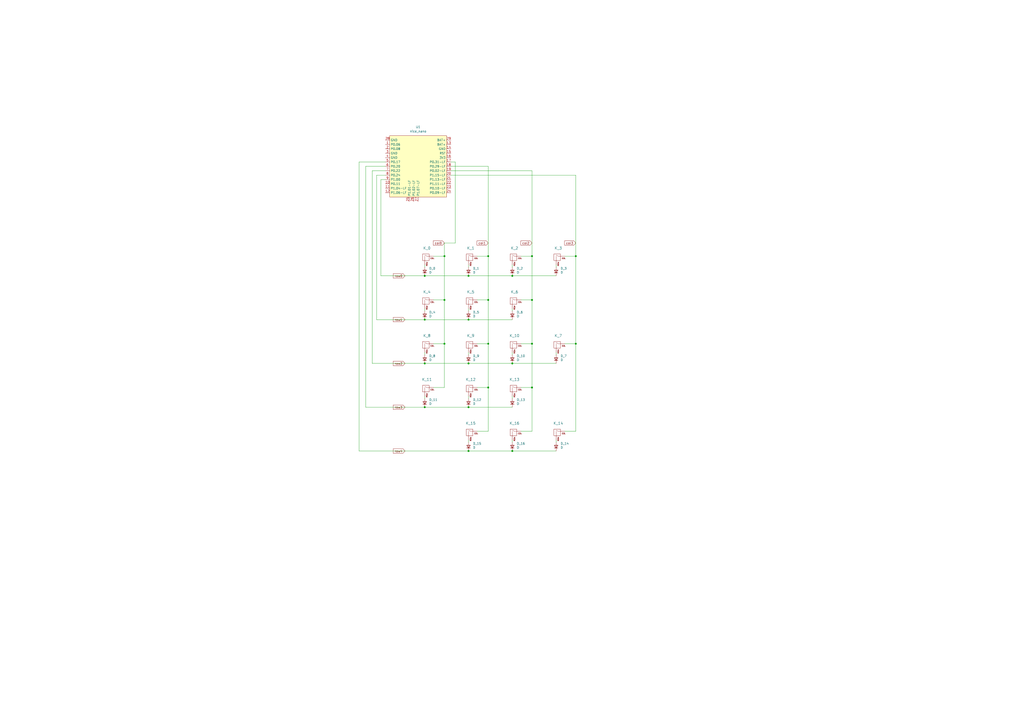
<source format=kicad_sch>
(kicad_sch
	(version 20231120)
	(generator "eeschema")
	(generator_version "8.0")
	(uuid "b2edcdd7-2457-46ef-a97a-f52dc69378e3")
	(paper "A2")
	(lib_symbols
		(symbol "Device:D_Small"
			(pin_numbers hide)
			(pin_names
				(offset 0.254) hide)
			(exclude_from_sim no)
			(in_bom yes)
			(on_board yes)
			(property "Reference" "D"
				(at -1.27 2.032 0)
				(effects
					(font
						(size 1.27 1.27)
					)
					(justify left)
				)
			)
			(property "Value" "D_Small"
				(at -3.81 -2.032 0)
				(effects
					(font
						(size 1.27 1.27)
					)
					(justify left)
				)
			)
			(property "Footprint" ""
				(at 0 0 90)
				(effects
					(font
						(size 1.27 1.27)
					)
					(hide yes)
				)
			)
			(property "Datasheet" "~"
				(at 0 0 90)
				(effects
					(font
						(size 1.27 1.27)
					)
					(hide yes)
				)
			)
			(property "Description" "Diode, small symbol"
				(at 0 0 0)
				(effects
					(font
						(size 1.27 1.27)
					)
					(hide yes)
				)
			)
			(property "Sim.Device" "D"
				(at 0 0 0)
				(effects
					(font
						(size 1.27 1.27)
					)
					(hide yes)
				)
			)
			(property "Sim.Pins" "1=K 2=A"
				(at 0 0 0)
				(effects
					(font
						(size 1.27 1.27)
					)
					(hide yes)
				)
			)
			(property "ki_keywords" "diode"
				(at 0 0 0)
				(effects
					(font
						(size 1.27 1.27)
					)
					(hide yes)
				)
			)
			(property "ki_fp_filters" "TO-???* *_Diode_* *SingleDiode* D_*"
				(at 0 0 0)
				(effects
					(font
						(size 1.27 1.27)
					)
					(hide yes)
				)
			)
			(symbol "D_Small_0_1"
				(polyline
					(pts
						(xy -0.762 -1.016) (xy -0.762 1.016)
					)
					(stroke
						(width 0.254)
						(type default)
					)
					(fill
						(type none)
					)
				)
				(polyline
					(pts
						(xy -0.762 0) (xy 0.762 0)
					)
					(stroke
						(width 0)
						(type default)
					)
					(fill
						(type none)
					)
				)
				(polyline
					(pts
						(xy 0.762 -1.016) (xy -0.762 0) (xy 0.762 1.016) (xy 0.762 -1.016)
					)
					(stroke
						(width 0.254)
						(type default)
					)
					(fill
						(type none)
					)
				)
			)
			(symbol "D_Small_1_1"
				(pin passive line
					(at -2.54 0 0)
					(length 1.778)
					(name "K"
						(effects
							(font
								(size 1.27 1.27)
							)
						)
					)
					(number "1"
						(effects
							(font
								(size 1.27 1.27)
							)
						)
					)
				)
				(pin passive line
					(at 2.54 0 180)
					(length 1.778)
					(name "A"
						(effects
							(font
								(size 1.27 1.27)
							)
						)
					)
					(number "2"
						(effects
							(font
								(size 1.27 1.27)
							)
						)
					)
				)
			)
		)
		(symbol "MX_Alps_Hybrid:MX-NoLED"
			(pin_names
				(offset 1.016)
			)
			(exclude_from_sim no)
			(in_bom yes)
			(on_board yes)
			(property "Reference" "MX"
				(at -0.635 3.81 0)
				(effects
					(font
						(size 1.524 1.524)
					)
				)
			)
			(property "Value" "MX-NoLED"
				(at -0.635 1.27 0)
				(effects
					(font
						(size 0.508 0.508)
					)
				)
			)
			(property "Footprint" ""
				(at -15.875 -0.635 0)
				(effects
					(font
						(size 1.524 1.524)
					)
					(hide yes)
				)
			)
			(property "Datasheet" ""
				(at -15.875 -0.635 0)
				(effects
					(font
						(size 1.524 1.524)
					)
					(hide yes)
				)
			)
			(property "Description" ""
				(at 0 0 0)
				(effects
					(font
						(size 1.27 1.27)
					)
					(hide yes)
				)
			)
			(symbol "MX-NoLED_0_0"
				(rectangle
					(start -2.54 2.54)
					(end 1.27 -1.27)
					(stroke
						(width 0)
						(type solid)
					)
					(fill
						(type none)
					)
				)
				(polyline
					(pts
						(xy -1.27 -1.27) (xy -1.27 1.27)
					)
					(stroke
						(width 0.127)
						(type solid)
					)
					(fill
						(type none)
					)
				)
				(polyline
					(pts
						(xy 1.27 1.27) (xy 0 1.27) (xy -1.27 1.905)
					)
					(stroke
						(width 0.127)
						(type solid)
					)
					(fill
						(type none)
					)
				)
				(text "COL"
					(at 3.175 0 0)
					(effects
						(font
							(size 0.762 0.762)
						)
					)
				)
				(text "ROW"
					(at 0 -1.905 900)
					(effects
						(font
							(size 0.762 0.762)
						)
						(justify right)
					)
				)
			)
			(symbol "MX-NoLED_1_1"
				(pin passive line
					(at 3.81 1.27 180)
					(length 2.54)
					(name "COL"
						(effects
							(font
								(size 0 0)
							)
						)
					)
					(number "1"
						(effects
							(font
								(size 0 0)
							)
						)
					)
				)
				(pin passive line
					(at -1.27 -3.81 90)
					(length 2.54)
					(name "ROW"
						(effects
							(font
								(size 0 0)
							)
						)
					)
					(number "2"
						(effects
							(font
								(size 0 0)
							)
						)
					)
				)
			)
		)
		(symbol "PCM_marbastlib-promicroish:nice_nano"
			(exclude_from_sim no)
			(in_bom no)
			(on_board yes)
			(property "Reference" "U"
				(at 0 22.86 0)
				(effects
					(font
						(size 1.27 1.27)
					)
				)
			)
			(property "Value" "nice_nano"
				(at 0 20.32 0)
				(effects
					(font
						(size 1.27 1.27)
					)
				)
			)
			(property "Footprint" "PCM_marbastlib-xp-promicroish:nice_nano_AH_USBup"
				(at 0 -30.48 0)
				(effects
					(font
						(size 1.27 1.27)
					)
					(hide yes)
				)
			)
			(property "Datasheet" "https://nicekeyboards.com/docs/nice-nano/pinout-schematic"
				(at 1.27 -33.02 0)
				(effects
					(font
						(size 1.27 1.27)
					)
					(hide yes)
				)
			)
			(property "Description" "Symbol for an nicekeyboards nice!nano"
				(at 0 0 0)
				(effects
					(font
						(size 1.27 1.27)
					)
					(hide yes)
				)
			)
			(symbol "nice_nano_0_0"
				(pin bidirectional line
					(at -19.05 13.97 0)
					(length 2.54)
					(name "P0.06"
						(effects
							(font
								(size 1.27 1.27)
							)
						)
					)
					(number "1"
						(effects
							(font
								(size 1.27 1.27)
							)
						)
					)
				)
				(pin bidirectional line
					(at -19.05 -8.89 0)
					(length 2.54)
					(name "P0.11"
						(effects
							(font
								(size 1.27 1.27)
							)
						)
					)
					(number "10"
						(effects
							(font
								(size 1.27 1.27)
							)
						)
					)
				)
				(pin bidirectional line
					(at -19.05 -11.43 0)
					(length 2.54)
					(name "P1.04-LF"
						(effects
							(font
								(size 1.27 1.27)
							)
						)
					)
					(number "11"
						(effects
							(font
								(size 1.27 1.27)
							)
						)
					)
				)
				(pin bidirectional line
					(at -19.05 -13.97 0)
					(length 2.54)
					(name "P1.06-LF"
						(effects
							(font
								(size 1.27 1.27)
							)
						)
					)
					(number "12"
						(effects
							(font
								(size 1.27 1.27)
							)
						)
					)
				)
				(pin power_out line
					(at 19.05 11.43 180)
					(length 2.54)
					(name "GND"
						(effects
							(font
								(size 1.27 1.27)
							)
						)
					)
					(number "14"
						(effects
							(font
								(size 1.27 1.27)
							)
						)
					)
				)
				(pin bidirectional line
					(at 19.05 8.89 180)
					(length 2.54)
					(name "RST"
						(effects
							(font
								(size 1.27 1.27)
							)
						)
					)
					(number "15"
						(effects
							(font
								(size 1.27 1.27)
							)
						)
					)
				)
				(pin bidirectional line
					(at 19.05 3.81 180)
					(length 2.54)
					(name "P0.31-LF"
						(effects
							(font
								(size 1.27 1.27)
							)
						)
					)
					(number "17"
						(effects
							(font
								(size 1.27 1.27)
							)
						)
					)
				)
				(pin bidirectional line
					(at 19.05 1.27 180)
					(length 2.54)
					(name "P0.29-LF"
						(effects
							(font
								(size 1.27 1.27)
							)
						)
					)
					(number "18"
						(effects
							(font
								(size 1.27 1.27)
							)
						)
					)
				)
				(pin bidirectional line
					(at 19.05 -1.27 180)
					(length 2.54)
					(name "P0.02-LF"
						(effects
							(font
								(size 1.27 1.27)
							)
						)
					)
					(number "19"
						(effects
							(font
								(size 1.27 1.27)
							)
						)
					)
				)
				(pin bidirectional line
					(at -19.05 11.43 0)
					(length 2.54)
					(name "P0.08"
						(effects
							(font
								(size 1.27 1.27)
							)
						)
					)
					(number "2"
						(effects
							(font
								(size 1.27 1.27)
							)
						)
					)
				)
				(pin bidirectional line
					(at 19.05 -3.81 180)
					(length 2.54)
					(name "P1.15-LF"
						(effects
							(font
								(size 1.27 1.27)
							)
						)
					)
					(number "20"
						(effects
							(font
								(size 1.27 1.27)
							)
						)
					)
				)
				(pin bidirectional line
					(at 19.05 -6.35 180)
					(length 2.54)
					(name "P1.13-LF"
						(effects
							(font
								(size 1.27 1.27)
							)
						)
					)
					(number "21"
						(effects
							(font
								(size 1.27 1.27)
							)
						)
					)
				)
				(pin bidirectional line
					(at 19.05 -8.89 180)
					(length 2.54)
					(name "P1.11-LF"
						(effects
							(font
								(size 1.27 1.27)
							)
						)
					)
					(number "22"
						(effects
							(font
								(size 1.27 1.27)
							)
						)
					)
				)
				(pin bidirectional line
					(at 19.05 -13.97 180)
					(length 2.54)
					(name "P0.09-LF"
						(effects
							(font
								(size 1.27 1.27)
							)
						)
					)
					(number "24"
						(effects
							(font
								(size 1.27 1.27)
							)
						)
					)
				)
				(pin power_out line
					(at -19.05 8.89 0)
					(length 2.54)
					(name "GND"
						(effects
							(font
								(size 1.27 1.27)
							)
						)
					)
					(number "3"
						(effects
							(font
								(size 1.27 1.27)
							)
						)
					)
				)
				(pin power_out line
					(at -19.05 6.35 0)
					(length 2.54)
					(name "GND"
						(effects
							(font
								(size 1.27 1.27)
							)
						)
					)
					(number "4"
						(effects
							(font
								(size 1.27 1.27)
							)
						)
					)
				)
				(pin bidirectional line
					(at -19.05 3.81 0)
					(length 2.54)
					(name "P0.17"
						(effects
							(font
								(size 1.27 1.27)
							)
						)
					)
					(number "5"
						(effects
							(font
								(size 1.27 1.27)
							)
						)
					)
				)
				(pin bidirectional line
					(at -19.05 1.27 0)
					(length 2.54)
					(name "P0.20"
						(effects
							(font
								(size 1.27 1.27)
							)
						)
					)
					(number "6"
						(effects
							(font
								(size 1.27 1.27)
							)
						)
					)
				)
				(pin bidirectional line
					(at -19.05 -1.27 0)
					(length 2.54)
					(name "P0.22"
						(effects
							(font
								(size 1.27 1.27)
							)
						)
					)
					(number "7"
						(effects
							(font
								(size 1.27 1.27)
							)
						)
					)
				)
				(pin bidirectional line
					(at -19.05 -3.81 0)
					(length 2.54)
					(name "P0.24"
						(effects
							(font
								(size 1.27 1.27)
							)
						)
					)
					(number "8"
						(effects
							(font
								(size 1.27 1.27)
							)
						)
					)
				)
				(pin bidirectional line
					(at -19.05 -6.35 0)
					(length 2.54)
					(name "P1.00"
						(effects
							(font
								(size 1.27 1.27)
							)
						)
					)
					(number "9"
						(effects
							(font
								(size 1.27 1.27)
							)
						)
					)
				)
			)
			(symbol "nice_nano_1_0"
				(pin power_out line
					(at 19.05 13.97 180)
					(length 2.54)
					(name "BAT+"
						(effects
							(font
								(size 1.27 1.27)
							)
						)
					)
					(number "13"
						(effects
							(font
								(size 1.27 1.27)
							)
						)
					)
				)
				(pin power_out line
					(at 19.05 6.35 180)
					(length 2.54)
					(name "3V3"
						(effects
							(font
								(size 1.27 1.27)
							)
						)
					)
					(number "16"
						(effects
							(font
								(size 1.27 1.27)
							)
						)
					)
				)
				(pin bidirectional line
					(at 19.05 -11.43 180)
					(length 2.54)
					(name "P0.10-LF"
						(effects
							(font
								(size 1.27 1.27)
							)
						)
					)
					(number "23"
						(effects
							(font
								(size 1.27 1.27)
							)
						)
					)
				)
				(pin bidirectional line
					(at -5.08 -19.05 90)
					(length 2.54)
					(name "P1.01-LF"
						(effects
							(font
								(size 1.27 1.27)
							)
						)
					)
					(number "25"
						(effects
							(font
								(size 1.27 1.27)
							)
						)
					)
				)
				(pin bidirectional line
					(at -2.54 -19.05 90)
					(length 2.54)
					(name "P1.02-LF"
						(effects
							(font
								(size 1.27 1.27)
							)
						)
					)
					(number "26"
						(effects
							(font
								(size 1.27 1.27)
							)
						)
					)
				)
				(pin bidirectional line
					(at 0 -19.05 90)
					(length 2.54)
					(name "P1.07-LF"
						(effects
							(font
								(size 1.27 1.27)
							)
						)
					)
					(number "27"
						(effects
							(font
								(size 1.27 1.27)
							)
						)
					)
				)
				(pin power_out line
					(at -19.05 16.51 0)
					(length 2.54)
					(name "GND"
						(effects
							(font
								(size 1.27 1.27)
							)
						)
					)
					(number "28"
						(effects
							(font
								(size 1.27 1.27)
							)
						)
					)
				)
				(pin power_out line
					(at 19.05 16.51 180)
					(length 2.54)
					(name "BAT+"
						(effects
							(font
								(size 1.27 1.27)
							)
						)
					)
					(number "29"
						(effects
							(font
								(size 1.27 1.27)
							)
						)
					)
				)
			)
			(symbol "nice_nano_1_1"
				(rectangle
					(start -16.51 19.05)
					(end 16.51 -16.51)
					(stroke
						(width 0)
						(type default)
					)
					(fill
						(type background)
					)
				)
			)
		)
	)
	(junction
		(at 246.38 236.22)
		(diameter 0)
		(color 0 0 0 0)
		(uuid "0008f72a-39ba-4964-92e5-f260c275be48")
	)
	(junction
		(at 334.01 199.39)
		(diameter 0)
		(color 0 0 0 0)
		(uuid "114c16ea-d973-4692-99c9-09723d8414b3")
	)
	(junction
		(at 257.81 148.59)
		(diameter 0)
		(color 0 0 0 0)
		(uuid "1a30ce0a-da06-45c8-82c6-0c79cb791279")
	)
	(junction
		(at 271.78 185.42)
		(diameter 0)
		(color 0 0 0 0)
		(uuid "1b6e5773-1185-4b70-90fd-84965914f81f")
	)
	(junction
		(at 308.61 173.99)
		(diameter 0)
		(color 0 0 0 0)
		(uuid "1df3a205-e724-4370-8ad8-e9add58309fa")
	)
	(junction
		(at 271.78 236.22)
		(diameter 0)
		(color 0 0 0 0)
		(uuid "2bada744-093e-4b38-9568-bb3cb567b468")
	)
	(junction
		(at 271.78 261.62)
		(diameter 0)
		(color 0 0 0 0)
		(uuid "303dbad6-fdc1-47c2-911b-91fffb860d2b")
	)
	(junction
		(at 334.01 148.59)
		(diameter 0)
		(color 0 0 0 0)
		(uuid "451e6900-23a6-4081-b8e5-5c372e96a893")
	)
	(junction
		(at 283.21 199.39)
		(diameter 0)
		(color 0 0 0 0)
		(uuid "49ec55b0-4805-461a-908e-0af4992ff3fc")
	)
	(junction
		(at 283.21 148.59)
		(diameter 0)
		(color 0 0 0 0)
		(uuid "52f2755e-f7d9-448b-a16b-bbf45accd15e")
	)
	(junction
		(at 257.81 173.99)
		(diameter 0)
		(color 0 0 0 0)
		(uuid "633e2299-abd4-437e-9d71-7eb6ea498805")
	)
	(junction
		(at 271.78 210.82)
		(diameter 0)
		(color 0 0 0 0)
		(uuid "6d84a7eb-9bab-4d04-9208-e6ff138b55fc")
	)
	(junction
		(at 308.61 148.59)
		(diameter 0)
		(color 0 0 0 0)
		(uuid "70249f0c-5b60-4d4d-9c30-d826d60ab3d1")
	)
	(junction
		(at 297.18 261.62)
		(diameter 0)
		(color 0 0 0 0)
		(uuid "73314f87-9982-4780-8701-b9079814d815")
	)
	(junction
		(at 246.38 185.42)
		(diameter 0)
		(color 0 0 0 0)
		(uuid "73f22c93-5cf0-4d11-aee7-0156e6e11801")
	)
	(junction
		(at 297.18 160.02)
		(diameter 0)
		(color 0 0 0 0)
		(uuid "7c1f1d33-6e40-42dc-b21d-03bc470bfdfd")
	)
	(junction
		(at 246.38 210.82)
		(diameter 0)
		(color 0 0 0 0)
		(uuid "833a13cc-ce65-48fc-95ee-8bf6829f6ee5")
	)
	(junction
		(at 271.78 160.02)
		(diameter 0)
		(color 0 0 0 0)
		(uuid "921e0e51-09df-45e8-8aea-5c650f2414ed")
	)
	(junction
		(at 308.61 199.39)
		(diameter 0)
		(color 0 0 0 0)
		(uuid "995fe11b-c484-45a1-aaac-6f609699b89e")
	)
	(junction
		(at 283.21 224.79)
		(diameter 0)
		(color 0 0 0 0)
		(uuid "a22f4056-63dc-47d0-a9c8-9ec3d84a914f")
	)
	(junction
		(at 246.38 160.02)
		(diameter 0)
		(color 0 0 0 0)
		(uuid "b056267b-9e01-496a-8189-7bb106359bd6")
	)
	(junction
		(at 308.61 224.79)
		(diameter 0)
		(color 0 0 0 0)
		(uuid "d86f7ee7-e100-40da-99e2-105b77272249")
	)
	(junction
		(at 283.21 173.99)
		(diameter 0)
		(color 0 0 0 0)
		(uuid "e0ba1388-c06e-4a41-b51d-c015cdc2addc")
	)
	(junction
		(at 257.81 199.39)
		(diameter 0)
		(color 0 0 0 0)
		(uuid "ee7d6334-ada6-4470-bd77-1ec105b93c46")
	)
	(junction
		(at 297.18 210.82)
		(diameter 0)
		(color 0 0 0 0)
		(uuid "f1590dd4-264b-44e4-ab63-851387adfc5b")
	)
	(wire
		(pts
			(xy 308.61 250.19) (xy 308.61 224.79)
		)
		(stroke
			(width 0)
			(type default)
		)
		(uuid "002b5f50-c18d-4fb8-96d5-0a5efad93740")
	)
	(wire
		(pts
			(xy 297.18 255.27) (xy 297.18 256.54)
		)
		(stroke
			(width 0)
			(type default)
		)
		(uuid "00c27f9b-1e48-48b0-b18c-24272d416521")
	)
	(wire
		(pts
			(xy 223.52 104.14) (xy 220.98 104.14)
		)
		(stroke
			(width 0)
			(type default)
		)
		(uuid "012a95f5-1873-43e0-9a07-6aa6075262d2")
	)
	(wire
		(pts
			(xy 334.01 148.59) (xy 334.01 199.39)
		)
		(stroke
			(width 0)
			(type default)
		)
		(uuid "016847e6-a814-49cf-bf7c-3924fa7ef7fb")
	)
	(wire
		(pts
			(xy 208.28 93.98) (xy 208.28 261.62)
		)
		(stroke
			(width 0)
			(type default)
		)
		(uuid "01a10412-18f6-4d69-8eda-c72ced7ef1bd")
	)
	(wire
		(pts
			(xy 223.52 96.52) (xy 212.09 96.52)
		)
		(stroke
			(width 0)
			(type default)
		)
		(uuid "03f1a675-841e-421d-a00f-ae8aa05e636e")
	)
	(wire
		(pts
			(xy 251.46 173.99) (xy 257.81 173.99)
		)
		(stroke
			(width 0)
			(type default)
		)
		(uuid "05aea030-038a-4224-9ff5-a34d322345fd")
	)
	(wire
		(pts
			(xy 276.86 224.79) (xy 283.21 224.79)
		)
		(stroke
			(width 0)
			(type default)
		)
		(uuid "074d3011-06f4-44f6-bd1e-e66999c5bdd5")
	)
	(wire
		(pts
			(xy 297.18 261.62) (xy 322.58 261.62)
		)
		(stroke
			(width 0)
			(type default)
		)
		(uuid "07d238b0-eefa-47f9-a1ad-6c3d8ab533d1")
	)
	(wire
		(pts
			(xy 334.01 250.19) (xy 334.01 199.39)
		)
		(stroke
			(width 0)
			(type default)
		)
		(uuid "08c570dc-b0c2-4450-bed9-34cd6f520b98")
	)
	(wire
		(pts
			(xy 257.81 224.79) (xy 257.81 199.39)
		)
		(stroke
			(width 0)
			(type default)
		)
		(uuid "11616ddf-3423-42f9-8f50-694773944bc4")
	)
	(wire
		(pts
			(xy 322.58 204.47) (xy 322.58 205.74)
		)
		(stroke
			(width 0)
			(type default)
		)
		(uuid "1239bab2-6bbf-4a61-93c1-b25e4b26cad2")
	)
	(wire
		(pts
			(xy 302.26 224.79) (xy 308.61 224.79)
		)
		(stroke
			(width 0)
			(type default)
		)
		(uuid "12879e7f-ab45-4bde-9223-65c81459f452")
	)
	(wire
		(pts
			(xy 308.61 224.79) (xy 308.61 199.39)
		)
		(stroke
			(width 0)
			(type default)
		)
		(uuid "145119b3-054b-4e69-8eb6-27e297c7b383")
	)
	(wire
		(pts
			(xy 215.9 210.82) (xy 246.38 210.82)
		)
		(stroke
			(width 0)
			(type default)
		)
		(uuid "148fb4ef-3e8f-43e0-a3a9-fb015e3beef0")
	)
	(wire
		(pts
			(xy 322.58 255.27) (xy 322.58 256.54)
		)
		(stroke
			(width 0)
			(type default)
		)
		(uuid "15669a5a-d58d-48e5-8330-3426ade3865d")
	)
	(wire
		(pts
			(xy 220.98 104.14) (xy 220.98 160.02)
		)
		(stroke
			(width 0)
			(type default)
		)
		(uuid "17014b89-b93f-41b4-85bb-1cfeb80f38d7")
	)
	(wire
		(pts
			(xy 257.81 199.39) (xy 257.81 173.99)
		)
		(stroke
			(width 0)
			(type default)
		)
		(uuid "19184a06-c0f1-4941-a826-afceea0e53b9")
	)
	(wire
		(pts
			(xy 297.18 229.87) (xy 297.18 231.14)
		)
		(stroke
			(width 0)
			(type default)
		)
		(uuid "26796772-4751-4c68-a59e-d12da2be9695")
	)
	(wire
		(pts
			(xy 297.18 210.82) (xy 322.58 210.82)
		)
		(stroke
			(width 0)
			(type default)
		)
		(uuid "2a7c3e3e-0a69-4307-aa7e-49641e48112f")
	)
	(wire
		(pts
			(xy 223.52 101.6) (xy 218.44 101.6)
		)
		(stroke
			(width 0)
			(type default)
		)
		(uuid "2fddc058-e56f-4724-a132-cdb58b3142bc")
	)
	(wire
		(pts
			(xy 251.46 148.59) (xy 257.81 148.59)
		)
		(stroke
			(width 0)
			(type default)
		)
		(uuid "339019d6-dbcb-4004-abc2-7fde31b4fd74")
	)
	(wire
		(pts
			(xy 271.78 236.22) (xy 297.18 236.22)
		)
		(stroke
			(width 0)
			(type default)
		)
		(uuid "378c40e6-e1c9-45e8-8af8-b222e52955da")
	)
	(wire
		(pts
			(xy 218.44 101.6) (xy 218.44 185.42)
		)
		(stroke
			(width 0)
			(type default)
		)
		(uuid "382247c5-ed5d-4896-8e4d-5152ba366c08")
	)
	(wire
		(pts
			(xy 246.38 229.87) (xy 246.38 231.14)
		)
		(stroke
			(width 0)
			(type default)
		)
		(uuid "3adc4f6e-488c-4dc9-8722-c9cd57c03223")
	)
	(wire
		(pts
			(xy 276.86 148.59) (xy 283.21 148.59)
		)
		(stroke
			(width 0)
			(type default)
		)
		(uuid "3d404e2f-1386-4253-b22a-a547fa9f98a8")
	)
	(wire
		(pts
			(xy 276.86 199.39) (xy 283.21 199.39)
		)
		(stroke
			(width 0)
			(type default)
		)
		(uuid "3fe3660a-8757-4796-99be-42c1b0a0ea1f")
	)
	(wire
		(pts
			(xy 297.18 153.67) (xy 297.18 154.94)
		)
		(stroke
			(width 0)
			(type default)
		)
		(uuid "43cecdd8-60e2-4b60-84d5-ded12888ea92")
	)
	(wire
		(pts
			(xy 283.21 96.52) (xy 261.62 96.52)
		)
		(stroke
			(width 0)
			(type default)
		)
		(uuid "48c4e593-5073-4b39-81d5-f5d657807530")
	)
	(wire
		(pts
			(xy 334.01 101.6) (xy 261.62 101.6)
		)
		(stroke
			(width 0)
			(type default)
		)
		(uuid "4c4cbd11-cbfe-49e6-8e0e-f4f72d4913fc")
	)
	(wire
		(pts
			(xy 246.38 204.47) (xy 246.38 205.74)
		)
		(stroke
			(width 0)
			(type default)
		)
		(uuid "4c5337e8-fee3-4cb1-93de-b001b0f7b278")
	)
	(wire
		(pts
			(xy 308.61 99.06) (xy 308.61 148.59)
		)
		(stroke
			(width 0)
			(type default)
		)
		(uuid "4dd0133c-0e58-4d92-9843-5b95586ed843")
	)
	(wire
		(pts
			(xy 271.78 210.82) (xy 297.18 210.82)
		)
		(stroke
			(width 0)
			(type default)
		)
		(uuid "4fa26949-79eb-4a1d-aade-4803c021c976")
	)
	(wire
		(pts
			(xy 302.26 199.39) (xy 308.61 199.39)
		)
		(stroke
			(width 0)
			(type default)
		)
		(uuid "4fad3f93-be4a-4645-a37e-1cfed134140b")
	)
	(wire
		(pts
			(xy 223.52 99.06) (xy 215.9 99.06)
		)
		(stroke
			(width 0)
			(type default)
		)
		(uuid "52e4808a-8a1e-4915-8b56-d734e0ae3187")
	)
	(wire
		(pts
			(xy 271.78 160.02) (xy 297.18 160.02)
		)
		(stroke
			(width 0)
			(type default)
		)
		(uuid "57b526d0-5510-4855-bc9f-9615dd3bc82e")
	)
	(wire
		(pts
			(xy 276.86 250.19) (xy 283.21 250.19)
		)
		(stroke
			(width 0)
			(type default)
		)
		(uuid "57f3f850-bf5d-4dc7-9da5-88c6fb56e5af")
	)
	(wire
		(pts
			(xy 257.81 148.59) (xy 257.81 173.99)
		)
		(stroke
			(width 0)
			(type default)
		)
		(uuid "581ebd5f-89a7-4a82-98b6-bccbf22badd2")
	)
	(wire
		(pts
			(xy 246.38 185.42) (xy 271.78 185.42)
		)
		(stroke
			(width 0)
			(type default)
		)
		(uuid "5a9bc8f2-f55d-4471-a69b-f84e4668d6e0")
	)
	(wire
		(pts
			(xy 251.46 224.79) (xy 257.81 224.79)
		)
		(stroke
			(width 0)
			(type default)
		)
		(uuid "5d88319a-f5e1-4793-a212-6d8c3c313250")
	)
	(wire
		(pts
			(xy 246.38 179.07) (xy 246.38 180.34)
		)
		(stroke
			(width 0)
			(type default)
		)
		(uuid "659134b1-0ef1-4baf-a941-48cf5a989f7e")
	)
	(wire
		(pts
			(xy 218.44 185.42) (xy 246.38 185.42)
		)
		(stroke
			(width 0)
			(type default)
		)
		(uuid "65d37b33-3b63-4fd0-948d-cbfd3611b04c")
	)
	(wire
		(pts
			(xy 264.16 93.98) (xy 264.16 140.97)
		)
		(stroke
			(width 0)
			(type default)
		)
		(uuid "67370d37-f267-4723-aaed-2fef14a1bec4")
	)
	(wire
		(pts
			(xy 283.21 224.79) (xy 283.21 199.39)
		)
		(stroke
			(width 0)
			(type default)
		)
		(uuid "688204ba-7420-4869-a877-2ddabf234f27")
	)
	(wire
		(pts
			(xy 276.86 173.99) (xy 283.21 173.99)
		)
		(stroke
			(width 0)
			(type default)
		)
		(uuid "6ab59d12-577e-42ae-964e-393b6d1dcff9")
	)
	(wire
		(pts
			(xy 246.38 160.02) (xy 271.78 160.02)
		)
		(stroke
			(width 0)
			(type default)
		)
		(uuid "7261b12e-02b3-426b-b028-afa6a87bb49a")
	)
	(wire
		(pts
			(xy 308.61 99.06) (xy 261.62 99.06)
		)
		(stroke
			(width 0)
			(type default)
		)
		(uuid "75791338-1c61-4f60-9f2d-4870b6436174")
	)
	(wire
		(pts
			(xy 271.78 179.07) (xy 271.78 180.34)
		)
		(stroke
			(width 0)
			(type default)
		)
		(uuid "76e42a04-88eb-45c6-b11a-98923f51d8b4")
	)
	(wire
		(pts
			(xy 327.66 250.19) (xy 334.01 250.19)
		)
		(stroke
			(width 0)
			(type default)
		)
		(uuid "77907cbd-e7ed-4d47-a295-02d0c02bccef")
	)
	(wire
		(pts
			(xy 212.09 236.22) (xy 246.38 236.22)
		)
		(stroke
			(width 0)
			(type default)
		)
		(uuid "78cc70c9-fdac-4306-a7b8-1839d4771d9c")
	)
	(wire
		(pts
			(xy 271.78 204.47) (xy 271.78 205.74)
		)
		(stroke
			(width 0)
			(type default)
		)
		(uuid "7cea6f5e-1959-470b-9d55-4098a5fc6a42")
	)
	(wire
		(pts
			(xy 283.21 250.19) (xy 283.21 224.79)
		)
		(stroke
			(width 0)
			(type default)
		)
		(uuid "7cfcaded-b937-4d1f-9274-954935909f18")
	)
	(wire
		(pts
			(xy 297.18 160.02) (xy 322.58 160.02)
		)
		(stroke
			(width 0)
			(type default)
		)
		(uuid "7ef17b04-4d1f-4f7e-a71c-52f7f48ddf74")
	)
	(wire
		(pts
			(xy 283.21 148.59) (xy 283.21 173.99)
		)
		(stroke
			(width 0)
			(type default)
		)
		(uuid "81759645-a220-4841-b51c-d74e863149e8")
	)
	(wire
		(pts
			(xy 261.62 93.98) (xy 264.16 93.98)
		)
		(stroke
			(width 0)
			(type default)
		)
		(uuid "9054a72a-55f9-4205-889b-2d24ed62e680")
	)
	(wire
		(pts
			(xy 251.46 199.39) (xy 257.81 199.39)
		)
		(stroke
			(width 0)
			(type default)
		)
		(uuid "91e8721c-daee-4c1b-936d-da8ea150a228")
	)
	(wire
		(pts
			(xy 215.9 99.06) (xy 215.9 210.82)
		)
		(stroke
			(width 0)
			(type default)
		)
		(uuid "94d8a3f3-7fac-4bfa-95e6-d2fa3ddac3ce")
	)
	(wire
		(pts
			(xy 302.26 173.99) (xy 308.61 173.99)
		)
		(stroke
			(width 0)
			(type default)
		)
		(uuid "96a132f4-8383-43a1-b741-bb6581e520f7")
	)
	(wire
		(pts
			(xy 283.21 199.39) (xy 283.21 173.99)
		)
		(stroke
			(width 0)
			(type default)
		)
		(uuid "9a910865-6cfc-4cc2-a881-4bc9843b267d")
	)
	(wire
		(pts
			(xy 322.58 153.67) (xy 322.58 154.94)
		)
		(stroke
			(width 0)
			(type default)
		)
		(uuid "a5b3f745-22d2-4bcb-aff4-fd33299b2420")
	)
	(wire
		(pts
			(xy 246.38 210.82) (xy 271.78 210.82)
		)
		(stroke
			(width 0)
			(type default)
		)
		(uuid "a728ce35-7868-4ac1-affa-f164ab6f8326")
	)
	(wire
		(pts
			(xy 271.78 185.42) (xy 297.18 185.42)
		)
		(stroke
			(width 0)
			(type default)
		)
		(uuid "aa5167f6-51b9-4146-86be-62f3bdd3fb37")
	)
	(wire
		(pts
			(xy 308.61 199.39) (xy 308.61 173.99)
		)
		(stroke
			(width 0)
			(type default)
		)
		(uuid "ab4f6f79-16ae-435b-a0ba-566d41e6139a")
	)
	(wire
		(pts
			(xy 220.98 160.02) (xy 246.38 160.02)
		)
		(stroke
			(width 0)
			(type default)
		)
		(uuid "acee6fc1-c135-4740-bc5e-9454597fe247")
	)
	(wire
		(pts
			(xy 302.26 148.59) (xy 308.61 148.59)
		)
		(stroke
			(width 0)
			(type default)
		)
		(uuid "afbed1bd-7757-4a61-9cdf-e9ddfe3c2d71")
	)
	(wire
		(pts
			(xy 208.28 261.62) (xy 271.78 261.62)
		)
		(stroke
			(width 0)
			(type default)
		)
		(uuid "b3cc60dd-3951-47d1-beea-dd668c516d62")
	)
	(wire
		(pts
			(xy 271.78 153.67) (xy 271.78 154.94)
		)
		(stroke
			(width 0)
			(type default)
		)
		(uuid "b5230d1a-ed7a-420f-b244-c5d99be38732")
	)
	(wire
		(pts
			(xy 212.09 96.52) (xy 212.09 236.22)
		)
		(stroke
			(width 0)
			(type default)
		)
		(uuid "c059b816-0ec8-422a-9670-de6b270ff5c5")
	)
	(wire
		(pts
			(xy 297.18 204.47) (xy 297.18 205.74)
		)
		(stroke
			(width 0)
			(type default)
		)
		(uuid "c077b397-242e-4d93-ae01-56d94d114875")
	)
	(wire
		(pts
			(xy 297.18 179.07) (xy 297.18 180.34)
		)
		(stroke
			(width 0)
			(type default)
		)
		(uuid "c27cf7ef-288b-494f-8280-42a2fdd6b3ef")
	)
	(wire
		(pts
			(xy 264.16 140.97) (xy 257.81 140.97)
		)
		(stroke
			(width 0)
			(type default)
		)
		(uuid "ca405cf4-ee24-41cf-adf1-73a999891028")
	)
	(wire
		(pts
			(xy 308.61 148.59) (xy 308.61 173.99)
		)
		(stroke
			(width 0)
			(type default)
		)
		(uuid "cfe1d049-1877-4af0-be08-cf255a6d1654")
	)
	(wire
		(pts
			(xy 246.38 153.67) (xy 246.38 154.94)
		)
		(stroke
			(width 0)
			(type default)
		)
		(uuid "d1a4467a-7b03-4682-97df-204d0601443f")
	)
	(wire
		(pts
			(xy 223.52 93.98) (xy 208.28 93.98)
		)
		(stroke
			(width 0)
			(type default)
		)
		(uuid "d4289b5d-baa6-410d-9775-4ce5caafdda7")
	)
	(wire
		(pts
			(xy 271.78 229.87) (xy 271.78 231.14)
		)
		(stroke
			(width 0)
			(type default)
		)
		(uuid "ddc63461-1a6e-4dfc-aebb-28fce746684f")
	)
	(wire
		(pts
			(xy 271.78 261.62) (xy 297.18 261.62)
		)
		(stroke
			(width 0)
			(type default)
		)
		(uuid "e941ebe5-5f02-41ff-a9a0-f5bcc372db9b")
	)
	(wire
		(pts
			(xy 334.01 101.6) (xy 334.01 148.59)
		)
		(stroke
			(width 0)
			(type default)
		)
		(uuid "edd8e348-e209-4165-beff-d1a8240d9a03")
	)
	(wire
		(pts
			(xy 271.78 255.27) (xy 271.78 256.54)
		)
		(stroke
			(width 0)
			(type default)
		)
		(uuid "f96916cc-9082-42c6-9128-f01889a31cc0")
	)
	(wire
		(pts
			(xy 302.26 250.19) (xy 308.61 250.19)
		)
		(stroke
			(width 0)
			(type default)
		)
		(uuid "f9c2d52d-084c-466e-9b90-ee4936e5670b")
	)
	(wire
		(pts
			(xy 283.21 96.52) (xy 283.21 148.59)
		)
		(stroke
			(width 0)
			(type default)
		)
		(uuid "fa05980b-98a8-4fc8-81cc-287de090253f")
	)
	(wire
		(pts
			(xy 257.81 140.97) (xy 257.81 148.59)
		)
		(stroke
			(width 0)
			(type default)
		)
		(uuid "fb7a147e-8c11-40ff-a445-6483302a65b4")
	)
	(wire
		(pts
			(xy 246.38 236.22) (xy 271.78 236.22)
		)
		(stroke
			(width 0)
			(type default)
		)
		(uuid "fc1cb07b-d29e-42a0-8f6d-f0c6fa076cb6")
	)
	(wire
		(pts
			(xy 327.66 199.39) (xy 334.01 199.39)
		)
		(stroke
			(width 0)
			(type default)
		)
		(uuid "fc6134a5-aa1f-4e17-9de1-ba95d09e2fb1")
	)
	(wire
		(pts
			(xy 327.66 148.59) (xy 334.01 148.59)
		)
		(stroke
			(width 0)
			(type default)
		)
		(uuid "fd135aa4-0f1f-4edf-90fe-60610b62196c")
	)
	(global_label "col0"
		(shape input)
		(at 257.81 140.97 180)
		(effects
			(font
				(size 1.27 1.27)
			)
			(justify right)
		)
		(uuid "005547bc-c09d-4ece-95aa-1b013bff36ea")
		(property "Intersheetrefs" "${INTERSHEET_REFS}"
			(at 257.81 140.97 0)
			(effects
				(font
					(size 1.27 1.27)
				)
				(hide yes)
			)
		)
	)
	(global_label "row2"
		(shape input)
		(at 234.95 210.82 180)
		(effects
			(font
				(size 1.27 1.27)
			)
			(justify right)
		)
		(uuid "1a975e37-a496-4abc-b20e-fa8a40dd034b")
		(property "Intersheetrefs" "${INTERSHEET_REFS}"
			(at 234.95 210.82 0)
			(effects
				(font
					(size 1.27 1.27)
				)
				(hide yes)
			)
		)
	)
	(global_label "row1"
		(shape input)
		(at 234.95 185.42 180)
		(effects
			(font
				(size 1.27 1.27)
			)
			(justify right)
		)
		(uuid "31434877-2718-460f-b673-693a325efefc")
		(property "Intersheetrefs" "${INTERSHEET_REFS}"
			(at 234.95 185.42 0)
			(effects
				(font
					(size 1.27 1.27)
				)
				(hide yes)
			)
		)
	)
	(global_label "col2"
		(shape input)
		(at 308.61 140.97 180)
		(effects
			(font
				(size 1.27 1.27)
			)
			(justify right)
		)
		(uuid "4eef7e70-9a4a-4fe4-8a28-957576223ef9")
		(property "Intersheetrefs" "${INTERSHEET_REFS}"
			(at 308.61 140.97 0)
			(effects
				(font
					(size 1.27 1.27)
				)
				(hide yes)
			)
		)
	)
	(global_label "col1"
		(shape input)
		(at 283.21 140.97 180)
		(effects
			(font
				(size 1.27 1.27)
			)
			(justify right)
		)
		(uuid "7d7c855b-97ba-4429-9622-931850edae40")
		(property "Intersheetrefs" "${INTERSHEET_REFS}"
			(at 283.21 140.97 0)
			(effects
				(font
					(size 1.27 1.27)
				)
				(hide yes)
			)
		)
	)
	(global_label "row3"
		(shape input)
		(at 234.95 236.22 180)
		(effects
			(font
				(size 1.27 1.27)
			)
			(justify right)
		)
		(uuid "7dca54ba-85e6-4456-8967-f2d9bb1cba7e")
		(property "Intersheetrefs" "${INTERSHEET_REFS}"
			(at 234.95 236.22 0)
			(effects
				(font
					(size 1.27 1.27)
				)
				(hide yes)
			)
		)
	)
	(global_label "row4"
		(shape input)
		(at 234.95 261.62 180)
		(effects
			(font
				(size 1.27 1.27)
			)
			(justify right)
		)
		(uuid "7ff4ac45-413a-4847-b71d-ac1bf6008687")
		(property "Intersheetrefs" "${INTERSHEET_REFS}"
			(at 234.95 261.62 0)
			(effects
				(font
					(size 1.27 1.27)
				)
				(hide yes)
			)
		)
	)
	(global_label "col3"
		(shape input)
		(at 334.01 140.97 180)
		(effects
			(font
				(size 1.27 1.27)
			)
			(justify right)
		)
		(uuid "e7872be2-9b9d-4308-bf57-0f96e6e363ae")
		(property "Intersheetrefs" "${INTERSHEET_REFS}"
			(at 334.01 140.97 0)
			(effects
				(font
					(size 1.27 1.27)
				)
				(hide yes)
			)
		)
	)
	(global_label "row0"
		(shape input)
		(at 234.95 160.02 180)
		(effects
			(font
				(size 1.27 1.27)
			)
			(justify right)
		)
		(uuid "f1b60eed-dcaf-4416-998b-1267b8653c61")
		(property "Intersheetrefs" "${INTERSHEET_REFS}"
			(at 234.95 160.02 0)
			(effects
				(font
					(size 1.27 1.27)
				)
				(hide yes)
			)
		)
	)
	(symbol
		(lib_id "MX_Alps_Hybrid:MX-NoLED")
		(at 273.05 226.06 0)
		(unit 1)
		(exclude_from_sim no)
		(in_bom yes)
		(on_board yes)
		(dnp no)
		(uuid "00466067-f35f-4db9-b540-ca623f65a92f")
		(property "Reference" "K_12"
			(at 273.05 220.1418 0)
			(effects
				(font
					(size 1.524 1.524)
				)
			)
		)
		(property "Value" "KEYSW"
			(at 273.05 228.6 0)
			(effects
				(font
					(size 1.524 1.524)
				)
				(hide yes)
			)
		)
		(property "Footprint" "MX_Alps_Hybrid:MX-1U-NoLED"
			(at 273.05 226.06 0)
			(effects
				(font
					(size 1.524 1.524)
				)
				(hide yes)
			)
		)
		(property "Datasheet" ""
			(at 273.05 226.06 0)
			(effects
				(font
					(size 1.524 1.524)
				)
			)
		)
		(property "Description" ""
			(at 273.05 226.06 0)
			(effects
				(font
					(size 1.27 1.27)
				)
				(hide yes)
			)
		)
		(pin "2"
			(uuid "bd9ecf23-65e5-4373-bc1c-b77ff7a7d88d")
		)
		(pin "1"
			(uuid "bd2d9f78-7f1f-4762-b2cf-1ed8e868683f")
		)
		(instances
			(project ""
				(path "/b2edcdd7-2457-46ef-a97a-f52dc69378e3"
					(reference "K_12")
					(unit 1)
				)
			)
		)
	)
	(symbol
		(lib_id "MX_Alps_Hybrid:MX-NoLED")
		(at 273.05 251.46 0)
		(unit 1)
		(exclude_from_sim no)
		(in_bom yes)
		(on_board yes)
		(dnp no)
		(uuid "013c747b-fefc-493e-be00-ac10fe1706bf")
		(property "Reference" "K_15"
			(at 273.05 245.5418 0)
			(effects
				(font
					(size 1.524 1.524)
				)
			)
		)
		(property "Value" "KEYSW"
			(at 273.05 254 0)
			(effects
				(font
					(size 1.524 1.524)
				)
				(hide yes)
			)
		)
		(property "Footprint" "MX_Alps_Hybrid:MX-2U-NoLED"
			(at 273.05 251.46 0)
			(effects
				(font
					(size 1.524 1.524)
				)
				(hide yes)
			)
		)
		(property "Datasheet" ""
			(at 273.05 251.46 0)
			(effects
				(font
					(size 1.524 1.524)
				)
			)
		)
		(property "Description" ""
			(at 273.05 251.46 0)
			(effects
				(font
					(size 1.27 1.27)
				)
				(hide yes)
			)
		)
		(pin "1"
			(uuid "63f5bfcf-69ba-4b89-813f-18a72c98cd69")
		)
		(pin "2"
			(uuid "0f5a081d-1c72-47b3-a175-c112ffee4e2c")
		)
		(instances
			(project ""
				(path "/b2edcdd7-2457-46ef-a97a-f52dc69378e3"
					(reference "K_15")
					(unit 1)
				)
			)
		)
	)
	(symbol
		(lib_id "MX_Alps_Hybrid:MX-NoLED")
		(at 323.85 251.46 0)
		(unit 1)
		(exclude_from_sim no)
		(in_bom yes)
		(on_board yes)
		(dnp no)
		(uuid "06faa6a6-dbd7-4f34-97ab-0beb6a6236a2")
		(property "Reference" "K_14"
			(at 323.85 245.5418 0)
			(effects
				(font
					(size 1.524 1.524)
				)
			)
		)
		(property "Value" "KEYSW"
			(at 323.85 254 0)
			(effects
				(font
					(size 1.524 1.524)
				)
				(hide yes)
			)
		)
		(property "Footprint" "MX_Alps_Hybrid:MX-1U-NoLED"
			(at 323.85 251.46 0)
			(effects
				(font
					(size 1.524 1.524)
				)
				(hide yes)
			)
		)
		(property "Datasheet" ""
			(at 323.85 251.46 0)
			(effects
				(font
					(size 1.524 1.524)
				)
			)
		)
		(property "Description" ""
			(at 323.85 251.46 0)
			(effects
				(font
					(size 1.27 1.27)
				)
				(hide yes)
			)
		)
		(pin "1"
			(uuid "45e2728b-69b2-48fe-a72c-07b5f9552e06")
		)
		(pin "2"
			(uuid "bbeb8568-24a2-4292-b691-aa1721f8578d")
		)
		(instances
			(project ""
				(path "/b2edcdd7-2457-46ef-a97a-f52dc69378e3"
					(reference "K_14")
					(unit 1)
				)
			)
		)
	)
	(symbol
		(lib_id "MX_Alps_Hybrid:MX-NoLED")
		(at 247.65 175.26 0)
		(unit 1)
		(exclude_from_sim no)
		(in_bom yes)
		(on_board yes)
		(dnp no)
		(uuid "091cf4d1-385d-4b04-810c-a9a5e91daa40")
		(property "Reference" "K_4"
			(at 247.65 169.3418 0)
			(effects
				(font
					(size 1.524 1.524)
				)
			)
		)
		(property "Value" "KEYSW"
			(at 247.65 177.8 0)
			(effects
				(font
					(size 1.524 1.524)
				)
				(hide yes)
			)
		)
		(property "Footprint" "MX_Alps_Hybrid:MX-1U-NoLED"
			(at 247.65 175.26 0)
			(effects
				(font
					(size 1.524 1.524)
				)
				(hide yes)
			)
		)
		(property "Datasheet" ""
			(at 247.65 175.26 0)
			(effects
				(font
					(size 1.524 1.524)
				)
			)
		)
		(property "Description" ""
			(at 247.65 175.26 0)
			(effects
				(font
					(size 1.27 1.27)
				)
				(hide yes)
			)
		)
		(pin "1"
			(uuid "409e2854-c1f9-4d4b-948c-872fd0985e22")
		)
		(pin "2"
			(uuid "11e62e79-170f-4239-a52b-c210bdc0d652")
		)
		(instances
			(project ""
				(path "/b2edcdd7-2457-46ef-a97a-f52dc69378e3"
					(reference "K_4")
					(unit 1)
				)
			)
		)
	)
	(symbol
		(lib_id "MX_Alps_Hybrid:MX-NoLED")
		(at 247.65 200.66 0)
		(unit 1)
		(exclude_from_sim no)
		(in_bom yes)
		(on_board yes)
		(dnp no)
		(uuid "1ac36005-ce87-43d0-9bf5-cb394c86bdcb")
		(property "Reference" "K_8"
			(at 247.65 194.7418 0)
			(effects
				(font
					(size 1.524 1.524)
				)
			)
		)
		(property "Value" "KEYSW"
			(at 247.65 203.2 0)
			(effects
				(font
					(size 1.524 1.524)
				)
				(hide yes)
			)
		)
		(property "Footprint" "MX_Alps_Hybrid:MX-1U-NoLED"
			(at 247.65 200.66 0)
			(effects
				(font
					(size 1.524 1.524)
				)
				(hide yes)
			)
		)
		(property "Datasheet" ""
			(at 247.65 200.66 0)
			(effects
				(font
					(size 1.524 1.524)
				)
			)
		)
		(property "Description" ""
			(at 247.65 200.66 0)
			(effects
				(font
					(size 1.27 1.27)
				)
				(hide yes)
			)
		)
		(pin "1"
			(uuid "5470f8fa-7df1-4f1d-aca4-3c6bee07d866")
		)
		(pin "2"
			(uuid "fbeabe71-725c-4763-a84a-588b2240cb2a")
		)
		(instances
			(project ""
				(path "/b2edcdd7-2457-46ef-a97a-f52dc69378e3"
					(reference "K_8")
					(unit 1)
				)
			)
		)
	)
	(symbol
		(lib_id "Device:D_Small")
		(at 322.58 259.08 90)
		(unit 1)
		(exclude_from_sim no)
		(in_bom yes)
		(on_board yes)
		(dnp no)
		(uuid "2321a074-1a77-466f-9850-5776c60cd82e")
		(property "Reference" "D_14"
			(at 325.12 257.302 90)
			(effects
				(font
					(size 1.27 1.27)
				)
				(justify right)
			)
		)
		(property "Value" "D"
			(at 325.12 259.588 90)
			(effects
				(font
					(size 1.27 1.27)
				)
				(justify right)
			)
		)
		(property "Footprint" "Diode_SMD:D_SOD-123"
			(at 323.85 266.7 0)
			(effects
				(font
					(size 1.27 1.27)
				)
				(hide yes)
			)
		)
		(property "Datasheet" "~"
			(at 323.85 266.7 0)
			(effects
				(font
					(size 1.27 1.27)
				)
				(hide yes)
			)
		)
		(property "Description" ""
			(at 322.58 259.08 0)
			(effects
				(font
					(size 1.27 1.27)
				)
				(hide yes)
			)
		)
		(pin "1"
			(uuid "e6fb9c7c-f1b3-4936-aa02-eb10fbc4f843")
		)
		(pin "2"
			(uuid "45692d68-150d-4e39-9761-b75a446fe522")
		)
		(instances
			(project ""
				(path "/b2edcdd7-2457-46ef-a97a-f52dc69378e3"
					(reference "D_14")
					(unit 1)
				)
			)
		)
	)
	(symbol
		(lib_id "MX_Alps_Hybrid:MX-NoLED")
		(at 247.65 226.06 0)
		(unit 1)
		(exclude_from_sim no)
		(in_bom yes)
		(on_board yes)
		(dnp no)
		(uuid "24797794-92d1-4ca5-be19-008b944a0ff1")
		(property "Reference" "K_11"
			(at 247.65 220.1418 0)
			(effects
				(font
					(size 1.524 1.524)
				)
			)
		)
		(property "Value" "KEYSW"
			(at 247.65 228.6 0)
			(effects
				(font
					(size 1.524 1.524)
				)
				(hide yes)
			)
		)
		(property "Footprint" "MX_Alps_Hybrid:MX-1U-NoLED"
			(at 247.65 226.06 0)
			(effects
				(font
					(size 1.524 1.524)
				)
				(hide yes)
			)
		)
		(property "Datasheet" ""
			(at 247.65 226.06 0)
			(effects
				(font
					(size 1.524 1.524)
				)
			)
		)
		(property "Description" ""
			(at 247.65 226.06 0)
			(effects
				(font
					(size 1.27 1.27)
				)
				(hide yes)
			)
		)
		(pin "2"
			(uuid "528eaf4b-61f7-41fc-b91e-a39c01dbe1b6")
		)
		(pin "1"
			(uuid "c897c924-91de-48ab-b7d6-97224b8ef508")
		)
		(instances
			(project ""
				(path "/b2edcdd7-2457-46ef-a97a-f52dc69378e3"
					(reference "K_11")
					(unit 1)
				)
			)
		)
	)
	(symbol
		(lib_id "MX_Alps_Hybrid:MX-NoLED")
		(at 323.85 200.66 0)
		(unit 1)
		(exclude_from_sim no)
		(in_bom yes)
		(on_board yes)
		(dnp no)
		(uuid "2866b230-a750-44f1-a382-031ae12fe58c")
		(property "Reference" "K_7"
			(at 323.85 194.7418 0)
			(effects
				(font
					(size 1.524 1.524)
				)
			)
		)
		(property "Value" "KEYSW"
			(at 323.85 203.2 0)
			(effects
				(font
					(size 1.524 1.524)
				)
				(hide yes)
			)
		)
		(property "Footprint" "MX_Alps_Hybrid:MX-1U-NoLED"
			(at 323.85 200.66 0)
			(effects
				(font
					(size 1.524 1.524)
				)
				(hide yes)
			)
		)
		(property "Datasheet" ""
			(at 323.85 200.66 0)
			(effects
				(font
					(size 1.524 1.524)
				)
			)
		)
		(property "Description" ""
			(at 323.85 200.66 0)
			(effects
				(font
					(size 1.27 1.27)
				)
				(hide yes)
			)
		)
		(pin "1"
			(uuid "82c2fa63-6252-4fe6-8e8c-a93728d9121e")
		)
		(pin "2"
			(uuid "c225fdc9-6083-41fb-b024-8f9d5732efe6")
		)
		(instances
			(project ""
				(path "/b2edcdd7-2457-46ef-a97a-f52dc69378e3"
					(reference "K_7")
					(unit 1)
				)
			)
		)
	)
	(symbol
		(lib_id "Device:D_Small")
		(at 271.78 259.08 90)
		(unit 1)
		(exclude_from_sim no)
		(in_bom yes)
		(on_board yes)
		(dnp no)
		(uuid "36eec1ec-eecf-4599-8f26-31ab46ad8800")
		(property "Reference" "D_15"
			(at 274.32 257.302 90)
			(effects
				(font
					(size 1.27 1.27)
				)
				(justify right)
			)
		)
		(property "Value" "D"
			(at 274.32 259.588 90)
			(effects
				(font
					(size 1.27 1.27)
				)
				(justify right)
			)
		)
		(property "Footprint" "Diode_SMD:D_SOD-123"
			(at 273.05 266.7 0)
			(effects
				(font
					(size 1.27 1.27)
				)
				(hide yes)
			)
		)
		(property "Datasheet" "~"
			(at 273.05 266.7 0)
			(effects
				(font
					(size 1.27 1.27)
				)
				(hide yes)
			)
		)
		(property "Description" ""
			(at 271.78 259.08 0)
			(effects
				(font
					(size 1.27 1.27)
				)
				(hide yes)
			)
		)
		(pin "2"
			(uuid "bb96a091-73dd-48db-bc9d-d097fbce25ff")
		)
		(pin "1"
			(uuid "7dc1c023-6893-4b56-8c09-556db7b9f009")
		)
		(instances
			(project ""
				(path "/b2edcdd7-2457-46ef-a97a-f52dc69378e3"
					(reference "D_15")
					(unit 1)
				)
			)
		)
	)
	(symbol
		(lib_id "MX_Alps_Hybrid:MX-NoLED")
		(at 273.05 200.66 0)
		(unit 1)
		(exclude_from_sim no)
		(in_bom yes)
		(on_board yes)
		(dnp no)
		(uuid "4f9a1111-1f16-4ace-a2b8-0b60f2479c6f")
		(property "Reference" "K_9"
			(at 273.05 194.7418 0)
			(effects
				(font
					(size 1.524 1.524)
				)
			)
		)
		(property "Value" "KEYSW"
			(at 273.05 203.2 0)
			(effects
				(font
					(size 1.524 1.524)
				)
				(hide yes)
			)
		)
		(property "Footprint" "MX_Alps_Hybrid:MX-1U-NoLED"
			(at 273.05 200.66 0)
			(effects
				(font
					(size 1.524 1.524)
				)
				(hide yes)
			)
		)
		(property "Datasheet" ""
			(at 273.05 200.66 0)
			(effects
				(font
					(size 1.524 1.524)
				)
			)
		)
		(property "Description" ""
			(at 273.05 200.66 0)
			(effects
				(font
					(size 1.27 1.27)
				)
				(hide yes)
			)
		)
		(pin "1"
			(uuid "8ba05c00-8951-4785-b574-3bc3fcdbc101")
		)
		(pin "2"
			(uuid "576d2d78-913b-4a13-936a-241b25514a4c")
		)
		(instances
			(project ""
				(path "/b2edcdd7-2457-46ef-a97a-f52dc69378e3"
					(reference "K_9")
					(unit 1)
				)
			)
		)
	)
	(symbol
		(lib_id "Device:D_Small")
		(at 297.18 233.68 90)
		(unit 1)
		(exclude_from_sim no)
		(in_bom yes)
		(on_board yes)
		(dnp no)
		(uuid "4ffe1e52-bb74-4227-8e50-6dac83a48f03")
		(property "Reference" "D_13"
			(at 299.72 231.902 90)
			(effects
				(font
					(size 1.27 1.27)
				)
				(justify right)
			)
		)
		(property "Value" "D"
			(at 299.72 234.188 90)
			(effects
				(font
					(size 1.27 1.27)
				)
				(justify right)
			)
		)
		(property "Footprint" "Diode_SMD:D_SOD-123"
			(at 298.45 241.3 0)
			(effects
				(font
					(size 1.27 1.27)
				)
				(hide yes)
			)
		)
		(property "Datasheet" "~"
			(at 298.45 241.3 0)
			(effects
				(font
					(size 1.27 1.27)
				)
				(hide yes)
			)
		)
		(property "Description" ""
			(at 297.18 233.68 0)
			(effects
				(font
					(size 1.27 1.27)
				)
				(hide yes)
			)
		)
		(pin "1"
			(uuid "40f00265-009b-4821-b5de-5c036c5a25e0")
		)
		(pin "2"
			(uuid "0a60199a-abbf-4736-8579-a41c5e56bbc9")
		)
		(instances
			(project ""
				(path "/b2edcdd7-2457-46ef-a97a-f52dc69378e3"
					(reference "D_13")
					(unit 1)
				)
			)
		)
	)
	(symbol
		(lib_id "MX_Alps_Hybrid:MX-NoLED")
		(at 298.45 149.86 0)
		(unit 1)
		(exclude_from_sim no)
		(in_bom yes)
		(on_board yes)
		(dnp no)
		(uuid "5822833f-d306-4498-b1eb-91b52061d02c")
		(property "Reference" "K_2"
			(at 298.45 143.9418 0)
			(effects
				(font
					(size 1.524 1.524)
				)
			)
		)
		(property "Value" "KEYSW"
			(at 298.45 152.4 0)
			(effects
				(font
					(size 1.524 1.524)
				)
				(hide yes)
			)
		)
		(property "Footprint" "MX_Alps_Hybrid:MX-1U-NoLED"
			(at 298.45 149.86 0)
			(effects
				(font
					(size 1.524 1.524)
				)
				(hide yes)
			)
		)
		(property "Datasheet" ""
			(at 298.45 149.86 0)
			(effects
				(font
					(size 1.524 1.524)
				)
			)
		)
		(property "Description" ""
			(at 298.45 149.86 0)
			(effects
				(font
					(size 1.27 1.27)
				)
				(hide yes)
			)
		)
		(pin "1"
			(uuid "520897cf-b8da-46af-bfd2-45905194854b")
		)
		(pin "2"
			(uuid "c077572e-161d-413b-8dfd-4a13fe7702bc")
		)
		(instances
			(project ""
				(path "/b2edcdd7-2457-46ef-a97a-f52dc69378e3"
					(reference "K_2")
					(unit 1)
				)
			)
		)
	)
	(symbol
		(lib_id "MX_Alps_Hybrid:MX-NoLED")
		(at 298.45 226.06 0)
		(unit 1)
		(exclude_from_sim no)
		(in_bom yes)
		(on_board yes)
		(dnp no)
		(uuid "6206ebcc-033e-4002-9448-bc94db3edb8e")
		(property "Reference" "K_13"
			(at 298.45 220.1418 0)
			(effects
				(font
					(size 1.524 1.524)
				)
			)
		)
		(property "Value" "KEYSW"
			(at 298.45 228.6 0)
			(effects
				(font
					(size 1.524 1.524)
				)
				(hide yes)
			)
		)
		(property "Footprint" "MX_Alps_Hybrid:MX-1U-NoLED"
			(at 298.45 226.06 0)
			(effects
				(font
					(size 1.524 1.524)
				)
				(hide yes)
			)
		)
		(property "Datasheet" ""
			(at 298.45 226.06 0)
			(effects
				(font
					(size 1.524 1.524)
				)
			)
		)
		(property "Description" ""
			(at 298.45 226.06 0)
			(effects
				(font
					(size 1.27 1.27)
				)
				(hide yes)
			)
		)
		(pin "1"
			(uuid "bcfb5392-bf56-48c3-b843-30180ee04382")
		)
		(pin "2"
			(uuid "32fd24da-60b6-4d6c-807e-8b1d63d7e4f0")
		)
		(instances
			(project ""
				(path "/b2edcdd7-2457-46ef-a97a-f52dc69378e3"
					(reference "K_13")
					(unit 1)
				)
			)
		)
	)
	(symbol
		(lib_id "Device:D_Small")
		(at 246.38 208.28 90)
		(unit 1)
		(exclude_from_sim no)
		(in_bom yes)
		(on_board yes)
		(dnp no)
		(uuid "67cd9afe-1c98-451c-8082-62b354603d48")
		(property "Reference" "D_8"
			(at 248.92 206.502 90)
			(effects
				(font
					(size 1.27 1.27)
				)
				(justify right)
			)
		)
		(property "Value" "D"
			(at 248.92 208.788 90)
			(effects
				(font
					(size 1.27 1.27)
				)
				(justify right)
			)
		)
		(property "Footprint" "Diode_SMD:D_SOD-123"
			(at 247.65 215.9 0)
			(effects
				(font
					(size 1.27 1.27)
				)
				(hide yes)
			)
		)
		(property "Datasheet" "~"
			(at 247.65 215.9 0)
			(effects
				(font
					(size 1.27 1.27)
				)
				(hide yes)
			)
		)
		(property "Description" ""
			(at 246.38 208.28 0)
			(effects
				(font
					(size 1.27 1.27)
				)
				(hide yes)
			)
		)
		(pin "1"
			(uuid "24136b8a-2883-4974-82f9-c7a08f647f67")
		)
		(pin "2"
			(uuid "27c62b29-cae6-4906-b120-3319029cfc30")
		)
		(instances
			(project ""
				(path "/b2edcdd7-2457-46ef-a97a-f52dc69378e3"
					(reference "D_8")
					(unit 1)
				)
			)
		)
	)
	(symbol
		(lib_id "Device:D_Small")
		(at 246.38 182.88 90)
		(unit 1)
		(exclude_from_sim no)
		(in_bom yes)
		(on_board yes)
		(dnp no)
		(uuid "6cbd68a9-7dd4-4396-9629-52504577788c")
		(property "Reference" "D_4"
			(at 248.92 181.102 90)
			(effects
				(font
					(size 1.27 1.27)
				)
				(justify right)
			)
		)
		(property "Value" "D"
			(at 248.92 183.388 90)
			(effects
				(font
					(size 1.27 1.27)
				)
				(justify right)
			)
		)
		(property "Footprint" "Diode_SMD:D_SOD-123"
			(at 247.65 190.5 0)
			(effects
				(font
					(size 1.27 1.27)
				)
				(hide yes)
			)
		)
		(property "Datasheet" "~"
			(at 247.65 190.5 0)
			(effects
				(font
					(size 1.27 1.27)
				)
				(hide yes)
			)
		)
		(property "Description" ""
			(at 246.38 182.88 0)
			(effects
				(font
					(size 1.27 1.27)
				)
				(hide yes)
			)
		)
		(pin "2"
			(uuid "f330dc38-584e-46f0-bf4b-546f39746ccd")
		)
		(pin "1"
			(uuid "5e82f62d-ee12-4ad7-b7cc-f041b1ea3355")
		)
		(instances
			(project ""
				(path "/b2edcdd7-2457-46ef-a97a-f52dc69378e3"
					(reference "D_4")
					(unit 1)
				)
			)
		)
	)
	(symbol
		(lib_id "PCM_marbastlib-promicroish:nice_nano")
		(at 242.57 97.79 0)
		(unit 1)
		(exclude_from_sim no)
		(in_bom no)
		(on_board yes)
		(dnp no)
		(fields_autoplaced yes)
		(uuid "7202518a-d54c-4718-98e7-a80fa634c89b")
		(property "Reference" "U1"
			(at 242.57 73.66 0)
			(effects
				(font
					(size 1.27 1.27)
				)
			)
		)
		(property "Value" "nice_nano"
			(at 242.57 76.2 0)
			(effects
				(font
					(size 1.27 1.27)
				)
			)
		)
		(property "Footprint" "PCM_marbastlib-xp-promicroish:nice_nano_AH_USBup"
			(at 242.57 128.27 0)
			(effects
				(font
					(size 1.27 1.27)
				)
				(hide yes)
			)
		)
		(property "Datasheet" "https://nicekeyboards.com/docs/nice-nano/pinout-schematic"
			(at 243.84 130.81 0)
			(effects
				(font
					(size 1.27 1.27)
				)
				(hide yes)
			)
		)
		(property "Description" "Symbol for an nicekeyboards nice!nano"
			(at 242.57 97.79 0)
			(effects
				(font
					(size 1.27 1.27)
				)
				(hide yes)
			)
		)
		(pin "6"
			(uuid "fbbbc666-188d-4db5-91e8-114ae495e913")
		)
		(pin "29"
			(uuid "a5ca8a22-5e5c-47b0-80f5-b18d2ce3c69d")
		)
		(pin "23"
			(uuid "559dd937-1d92-4576-a31e-c71c05c12f12")
		)
		(pin "3"
			(uuid "4e119c7f-14d2-4745-b894-2020a2a2d8fd")
		)
		(pin "17"
			(uuid "7f47af17-bb71-476c-a220-192319771ffe")
		)
		(pin "16"
			(uuid "4f7a1a40-6225-4798-be00-03ea91e0d31d")
		)
		(pin "18"
			(uuid "714ca4a3-5fdd-42ee-9e49-f868c91ac549")
		)
		(pin "19"
			(uuid "6d0c50c7-20d7-49db-8ae6-2c0d678776a9")
		)
		(pin "4"
			(uuid "9606fef5-b3fb-4f1d-836f-fec4f950563b")
		)
		(pin "12"
			(uuid "daf266e2-9615-44f1-b665-9f0bda407e10")
		)
		(pin "26"
			(uuid "4f5f353d-b0fd-42b3-9a8c-31a5f5894693")
		)
		(pin "28"
			(uuid "0cdc76da-5396-4069-b63c-0eef4f4d504d")
		)
		(pin "15"
			(uuid "920393d7-acc5-42ef-8b51-d18fcb503ab9")
		)
		(pin "24"
			(uuid "72ef5a48-c619-4e01-98d4-643e7f91acbe")
		)
		(pin "27"
			(uuid "3d36a0a7-0fa2-4cf5-984d-965a9eb6b450")
		)
		(pin "13"
			(uuid "483ac223-08b3-4540-a61b-1028b7d2ddd9")
		)
		(pin "22"
			(uuid "82a403eb-a56c-4830-b6ec-43e93fe059a1")
		)
		(pin "11"
			(uuid "bd7b8066-ad41-4278-b240-f0242d6fd1f5")
		)
		(pin "1"
			(uuid "8865162e-37bf-4a77-a924-9f9973704755")
		)
		(pin "5"
			(uuid "954a0db1-7bcb-4739-ab39-62b873f736b1")
		)
		(pin "2"
			(uuid "7ad02921-7407-4c1a-8b4f-a5cc0f0dbae8")
		)
		(pin "25"
			(uuid "7ad58f8c-6ffd-4a38-a610-7e0c8b7487e3")
		)
		(pin "20"
			(uuid "2c96f4a3-dbe8-4d2a-87ae-b1e647124eac")
		)
		(pin "10"
			(uuid "1fa9997d-9839-4619-9218-00fc8b817fbc")
		)
		(pin "7"
			(uuid "6c99551a-9055-4a50-b674-b34edd662e3c")
		)
		(pin "21"
			(uuid "a91305cf-3283-4b25-886e-eb897c13b1c2")
		)
		(pin "9"
			(uuid "4cac0272-ec85-4aef-ba49-eaf296943b39")
		)
		(pin "8"
			(uuid "2596c4ad-5383-4a3b-9e7f-b8077bad7fbd")
		)
		(pin "14"
			(uuid "a1fda76b-12d8-4383-b899-75e39738acd6")
		)
		(instances
			(project ""
				(path "/b2edcdd7-2457-46ef-a97a-f52dc69378e3"
					(reference "U1")
					(unit 1)
				)
			)
		)
	)
	(symbol
		(lib_id "MX_Alps_Hybrid:MX-NoLED")
		(at 298.45 251.46 0)
		(unit 1)
		(exclude_from_sim no)
		(in_bom yes)
		(on_board yes)
		(dnp no)
		(uuid "7a35bc4e-3658-4f30-9924-284af55dfadb")
		(property "Reference" "K_16"
			(at 298.45 245.5418 0)
			(effects
				(font
					(size 1.524 1.524)
				)
			)
		)
		(property "Value" "KEYSW"
			(at 298.45 254 0)
			(effects
				(font
					(size 1.524 1.524)
				)
				(hide yes)
			)
		)
		(property "Footprint" "MX_Alps_Hybrid:MX-1U-NoLED"
			(at 298.45 251.46 0)
			(effects
				(font
					(size 1.524 1.524)
				)
				(hide yes)
			)
		)
		(property "Datasheet" ""
			(at 298.45 251.46 0)
			(effects
				(font
					(size 1.524 1.524)
				)
			)
		)
		(property "Description" ""
			(at 298.45 251.46 0)
			(effects
				(font
					(size 1.27 1.27)
				)
				(hide yes)
			)
		)
		(pin "2"
			(uuid "f6b62708-3fca-481d-9d19-397ae3228888")
		)
		(pin "1"
			(uuid "b67eba45-a35b-48a8-928e-c342b91a0781")
		)
		(instances
			(project ""
				(path "/b2edcdd7-2457-46ef-a97a-f52dc69378e3"
					(reference "K_16")
					(unit 1)
				)
			)
		)
	)
	(symbol
		(lib_id "Device:D_Small")
		(at 271.78 157.48 90)
		(unit 1)
		(exclude_from_sim no)
		(in_bom yes)
		(on_board yes)
		(dnp no)
		(uuid "7f68c2b3-08e3-47d2-9f57-3a829127da9d")
		(property "Reference" "D_1"
			(at 274.32 155.702 90)
			(effects
				(font
					(size 1.27 1.27)
				)
				(justify right)
			)
		)
		(property "Value" "D"
			(at 274.32 157.988 90)
			(effects
				(font
					(size 1.27 1.27)
				)
				(justify right)
			)
		)
		(property "Footprint" "Diode_SMD:D_SOD-123"
			(at 273.05 165.1 0)
			(effects
				(font
					(size 1.27 1.27)
				)
				(hide yes)
			)
		)
		(property "Datasheet" "~"
			(at 273.05 165.1 0)
			(effects
				(font
					(size 1.27 1.27)
				)
				(hide yes)
			)
		)
		(property "Description" ""
			(at 271.78 157.48 0)
			(effects
				(font
					(size 1.27 1.27)
				)
				(hide yes)
			)
		)
		(pin "2"
			(uuid "6103ec24-8152-486d-bbf6-bc5bd318b422")
		)
		(pin "1"
			(uuid "0b35ef2a-22c7-494c-95ad-238b87217fa8")
		)
		(instances
			(project ""
				(path "/b2edcdd7-2457-46ef-a97a-f52dc69378e3"
					(reference "D_1")
					(unit 1)
				)
			)
		)
	)
	(symbol
		(lib_id "Device:D_Small")
		(at 297.18 157.48 90)
		(unit 1)
		(exclude_from_sim no)
		(in_bom yes)
		(on_board yes)
		(dnp no)
		(uuid "81a649fe-1ad8-467d-97c8-3569925ed7fd")
		(property "Reference" "D_2"
			(at 299.72 155.702 90)
			(effects
				(font
					(size 1.27 1.27)
				)
				(justify right)
			)
		)
		(property "Value" "D"
			(at 299.72 157.988 90)
			(effects
				(font
					(size 1.27 1.27)
				)
				(justify right)
			)
		)
		(property "Footprint" "Diode_SMD:D_SOD-123"
			(at 298.45 165.1 0)
			(effects
				(font
					(size 1.27 1.27)
				)
				(hide yes)
			)
		)
		(property "Datasheet" "~"
			(at 298.45 165.1 0)
			(effects
				(font
					(size 1.27 1.27)
				)
				(hide yes)
			)
		)
		(property "Description" ""
			(at 297.18 157.48 0)
			(effects
				(font
					(size 1.27 1.27)
				)
				(hide yes)
			)
		)
		(pin "2"
			(uuid "f802bf61-9af6-48d3-ac19-14442651d046")
		)
		(pin "1"
			(uuid "c61e96f1-9d1d-496a-b763-3197fb8b8842")
		)
		(instances
			(project ""
				(path "/b2edcdd7-2457-46ef-a97a-f52dc69378e3"
					(reference "D_2")
					(unit 1)
				)
			)
		)
	)
	(symbol
		(lib_id "MX_Alps_Hybrid:MX-NoLED")
		(at 247.65 149.86 0)
		(unit 1)
		(exclude_from_sim no)
		(in_bom yes)
		(on_board yes)
		(dnp no)
		(uuid "8860f9d0-f056-4ddf-89a2-acc72a2de92f")
		(property "Reference" "K_0"
			(at 247.65 143.9418 0)
			(effects
				(font
					(size 1.524 1.524)
				)
			)
		)
		(property "Value" "KEYSW"
			(at 247.65 152.4 0)
			(effects
				(font
					(size 1.524 1.524)
				)
				(hide yes)
			)
		)
		(property "Footprint" "MX_Alps_Hybrid:MX-1U-NoLED"
			(at 247.65 149.86 0)
			(effects
				(font
					(size 1.524 1.524)
				)
				(hide yes)
			)
		)
		(property "Datasheet" ""
			(at 247.65 149.86 0)
			(effects
				(font
					(size 1.524 1.524)
				)
			)
		)
		(property "Description" ""
			(at 247.65 149.86 0)
			(effects
				(font
					(size 1.27 1.27)
				)
				(hide yes)
			)
		)
		(pin "2"
			(uuid "4093e9c5-0c9b-4ac3-9f31-94bd43191b58")
		)
		(pin "1"
			(uuid "d7e006ae-7b37-40b8-8d78-a4da93161200")
		)
		(instances
			(project ""
				(path "/b2edcdd7-2457-46ef-a97a-f52dc69378e3"
					(reference "K_0")
					(unit 1)
				)
			)
		)
	)
	(symbol
		(lib_id "Device:D_Small")
		(at 297.18 259.08 90)
		(unit 1)
		(exclude_from_sim no)
		(in_bom yes)
		(on_board yes)
		(dnp no)
		(uuid "9d468adc-b766-43eb-be48-7e5c5bc9185a")
		(property "Reference" "D_16"
			(at 299.72 257.302 90)
			(effects
				(font
					(size 1.27 1.27)
				)
				(justify right)
			)
		)
		(property "Value" "D"
			(at 299.72 259.588 90)
			(effects
				(font
					(size 1.27 1.27)
				)
				(justify right)
			)
		)
		(property "Footprint" "Diode_SMD:D_SOD-123"
			(at 298.45 266.7 0)
			(effects
				(font
					(size 1.27 1.27)
				)
				(hide yes)
			)
		)
		(property "Datasheet" "~"
			(at 298.45 266.7 0)
			(effects
				(font
					(size 1.27 1.27)
				)
				(hide yes)
			)
		)
		(property "Description" ""
			(at 297.18 259.08 0)
			(effects
				(font
					(size 1.27 1.27)
				)
				(hide yes)
			)
		)
		(pin "1"
			(uuid "7fe608de-5b9a-4562-b887-f80f152cb38d")
		)
		(pin "2"
			(uuid "63d78758-11ea-45f9-aa29-9b4d8f6de740")
		)
		(instances
			(project ""
				(path "/b2edcdd7-2457-46ef-a97a-f52dc69378e3"
					(reference "D_16")
					(unit 1)
				)
			)
		)
	)
	(symbol
		(lib_id "Device:D_Small")
		(at 271.78 182.88 90)
		(unit 1)
		(exclude_from_sim no)
		(in_bom yes)
		(on_board yes)
		(dnp no)
		(uuid "a02ffd7c-8605-4c40-ae2d-f521fe18b8cc")
		(property "Reference" "D_5"
			(at 274.32 181.102 90)
			(effects
				(font
					(size 1.27 1.27)
				)
				(justify right)
			)
		)
		(property "Value" "D"
			(at 274.32 183.388 90)
			(effects
				(font
					(size 1.27 1.27)
				)
				(justify right)
			)
		)
		(property "Footprint" "Diode_SMD:D_SOD-123"
			(at 273.05 190.5 0)
			(effects
				(font
					(size 1.27 1.27)
				)
				(hide yes)
			)
		)
		(property "Datasheet" "~"
			(at 273.05 190.5 0)
			(effects
				(font
					(size 1.27 1.27)
				)
				(hide yes)
			)
		)
		(property "Description" ""
			(at 271.78 182.88 0)
			(effects
				(font
					(size 1.27 1.27)
				)
				(hide yes)
			)
		)
		(pin "1"
			(uuid "bc9e9ce0-8973-4f25-ae59-429f473da363")
		)
		(pin "2"
			(uuid "927ff063-01cc-4b31-90af-a01a78516260")
		)
		(instances
			(project ""
				(path "/b2edcdd7-2457-46ef-a97a-f52dc69378e3"
					(reference "D_5")
					(unit 1)
				)
			)
		)
	)
	(symbol
		(lib_id "Device:D_Small")
		(at 297.18 182.88 90)
		(unit 1)
		(exclude_from_sim no)
		(in_bom yes)
		(on_board yes)
		(dnp no)
		(uuid "b10e671b-7959-49e0-9cf5-431d4b76b458")
		(property "Reference" "D_6"
			(at 299.72 181.102 90)
			(effects
				(font
					(size 1.27 1.27)
				)
				(justify right)
			)
		)
		(property "Value" "D"
			(at 299.72 183.388 90)
			(effects
				(font
					(size 1.27 1.27)
				)
				(justify right)
			)
		)
		(property "Footprint" "Diode_SMD:D_SOD-123"
			(at 298.45 190.5 0)
			(effects
				(font
					(size 1.27 1.27)
				)
				(hide yes)
			)
		)
		(property "Datasheet" "~"
			(at 298.45 190.5 0)
			(effects
				(font
					(size 1.27 1.27)
				)
				(hide yes)
			)
		)
		(property "Description" ""
			(at 297.18 182.88 0)
			(effects
				(font
					(size 1.27 1.27)
				)
				(hide yes)
			)
		)
		(pin "1"
			(uuid "690d1054-b1b0-40a9-ae8e-40f19469c016")
		)
		(pin "2"
			(uuid "df5bf8e7-5cca-470d-b203-a971a72f90d5")
		)
		(instances
			(project ""
				(path "/b2edcdd7-2457-46ef-a97a-f52dc69378e3"
					(reference "D_6")
					(unit 1)
				)
			)
		)
	)
	(symbol
		(lib_id "Device:D_Small")
		(at 322.58 208.28 90)
		(unit 1)
		(exclude_from_sim no)
		(in_bom yes)
		(on_board yes)
		(dnp no)
		(uuid "b228659f-4332-4879-bafd-08f1f8a00afd")
		(property "Reference" "D_7"
			(at 325.12 206.502 90)
			(effects
				(font
					(size 1.27 1.27)
				)
				(justify right)
			)
		)
		(property "Value" "D"
			(at 325.12 208.788 90)
			(effects
				(font
					(size 1.27 1.27)
				)
				(justify right)
			)
		)
		(property "Footprint" "Diode_SMD:D_SOD-123"
			(at 323.85 215.9 0)
			(effects
				(font
					(size 1.27 1.27)
				)
				(hide yes)
			)
		)
		(property "Datasheet" "~"
			(at 323.85 215.9 0)
			(effects
				(font
					(size 1.27 1.27)
				)
				(hide yes)
			)
		)
		(property "Description" ""
			(at 322.58 208.28 0)
			(effects
				(font
					(size 1.27 1.27)
				)
				(hide yes)
			)
		)
		(pin "1"
			(uuid "4712891f-0d97-4a25-a2c3-eb7fa07d07c1")
		)
		(pin "2"
			(uuid "7e82a611-df44-4fd8-ad9a-9cf4dd744b79")
		)
		(instances
			(project ""
				(path "/b2edcdd7-2457-46ef-a97a-f52dc69378e3"
					(reference "D_7")
					(unit 1)
				)
			)
		)
	)
	(symbol
		(lib_id "Device:D_Small")
		(at 297.18 208.28 90)
		(unit 1)
		(exclude_from_sim no)
		(in_bom yes)
		(on_board yes)
		(dnp no)
		(uuid "b81332f3-ded0-4946-9d8c-02e986c0a163")
		(property "Reference" "D_10"
			(at 299.72 206.502 90)
			(effects
				(font
					(size 1.27 1.27)
				)
				(justify right)
			)
		)
		(property "Value" "D"
			(at 299.72 208.788 90)
			(effects
				(font
					(size 1.27 1.27)
				)
				(justify right)
			)
		)
		(property "Footprint" "Diode_SMD:D_SOD-123"
			(at 298.45 215.9 0)
			(effects
				(font
					(size 1.27 1.27)
				)
				(hide yes)
			)
		)
		(property "Datasheet" "~"
			(at 298.45 215.9 0)
			(effects
				(font
					(size 1.27 1.27)
				)
				(hide yes)
			)
		)
		(property "Description" ""
			(at 297.18 208.28 0)
			(effects
				(font
					(size 1.27 1.27)
				)
				(hide yes)
			)
		)
		(pin "1"
			(uuid "689acbdd-2864-4320-9641-8e878a6baaae")
		)
		(pin "2"
			(uuid "8682ed7f-24ca-44f5-811f-f7c8b81d43be")
		)
		(instances
			(project ""
				(path "/b2edcdd7-2457-46ef-a97a-f52dc69378e3"
					(reference "D_10")
					(unit 1)
				)
			)
		)
	)
	(symbol
		(lib_id "MX_Alps_Hybrid:MX-NoLED")
		(at 323.85 149.86 0)
		(unit 1)
		(exclude_from_sim no)
		(in_bom yes)
		(on_board yes)
		(dnp no)
		(uuid "be1c7d08-870f-4cc2-ba5f-f37af6c27cbf")
		(property "Reference" "K_3"
			(at 323.85 143.9418 0)
			(effects
				(font
					(size 1.524 1.524)
				)
			)
		)
		(property "Value" "KEYSW"
			(at 323.85 152.4 0)
			(effects
				(font
					(size 1.524 1.524)
				)
				(hide yes)
			)
		)
		(property "Footprint" "MX_Alps_Hybrid:MX-1U-NoLED"
			(at 323.85 149.86 0)
			(effects
				(font
					(size 1.524 1.524)
				)
				(hide yes)
			)
		)
		(property "Datasheet" ""
			(at 323.85 149.86 0)
			(effects
				(font
					(size 1.524 1.524)
				)
			)
		)
		(property "Description" ""
			(at 323.85 149.86 0)
			(effects
				(font
					(size 1.27 1.27)
				)
				(hide yes)
			)
		)
		(pin "1"
			(uuid "101aeb6f-01fd-4314-8d1d-ffce53589152")
		)
		(pin "2"
			(uuid "5f305d1c-f426-4687-8eb4-b0b7500c9b26")
		)
		(instances
			(project ""
				(path "/b2edcdd7-2457-46ef-a97a-f52dc69378e3"
					(reference "K_3")
					(unit 1)
				)
			)
		)
	)
	(symbol
		(lib_id "Device:D_Small")
		(at 271.78 233.68 90)
		(unit 1)
		(exclude_from_sim no)
		(in_bom yes)
		(on_board yes)
		(dnp no)
		(uuid "be92b0cf-b6e3-4b82-91de-91708a869505")
		(property "Reference" "D_12"
			(at 274.32 231.902 90)
			(effects
				(font
					(size 1.27 1.27)
				)
				(justify right)
			)
		)
		(property "Value" "D"
			(at 274.32 234.188 90)
			(effects
				(font
					(size 1.27 1.27)
				)
				(justify right)
			)
		)
		(property "Footprint" "Diode_SMD:D_SOD-123"
			(at 273.05 241.3 0)
			(effects
				(font
					(size 1.27 1.27)
				)
				(hide yes)
			)
		)
		(property "Datasheet" "~"
			(at 273.05 241.3 0)
			(effects
				(font
					(size 1.27 1.27)
				)
				(hide yes)
			)
		)
		(property "Description" ""
			(at 271.78 233.68 0)
			(effects
				(font
					(size 1.27 1.27)
				)
				(hide yes)
			)
		)
		(pin "1"
			(uuid "d7918c30-2fd5-4494-bd08-f2ceb8159a32")
		)
		(pin "2"
			(uuid "6b9d241d-19c8-45bf-8076-d1b44d51f4aa")
		)
		(instances
			(project ""
				(path "/b2edcdd7-2457-46ef-a97a-f52dc69378e3"
					(reference "D_12")
					(unit 1)
				)
			)
		)
	)
	(symbol
		(lib_id "MX_Alps_Hybrid:MX-NoLED")
		(at 273.05 175.26 0)
		(unit 1)
		(exclude_from_sim no)
		(in_bom yes)
		(on_board yes)
		(dnp no)
		(uuid "bed51b7b-fe56-449c-97b6-2702d1cd8223")
		(property "Reference" "K_5"
			(at 273.05 169.3418 0)
			(effects
				(font
					(size 1.524 1.524)
				)
			)
		)
		(property "Value" "KEYSW"
			(at 273.05 177.8 0)
			(effects
				(font
					(size 1.524 1.524)
				)
				(hide yes)
			)
		)
		(property "Footprint" "MX_Alps_Hybrid:MX-1U-NoLED"
			(at 273.05 175.26 0)
			(effects
				(font
					(size 1.524 1.524)
				)
				(hide yes)
			)
		)
		(property "Datasheet" ""
			(at 273.05 175.26 0)
			(effects
				(font
					(size 1.524 1.524)
				)
			)
		)
		(property "Description" ""
			(at 273.05 175.26 0)
			(effects
				(font
					(size 1.27 1.27)
				)
				(hide yes)
			)
		)
		(pin "2"
			(uuid "d16f39d6-1c63-48ed-90bb-34ec7d743837")
		)
		(pin "1"
			(uuid "c445af68-0d1b-4a1c-977c-9c25264b88c6")
		)
		(instances
			(project ""
				(path "/b2edcdd7-2457-46ef-a97a-f52dc69378e3"
					(reference "K_5")
					(unit 1)
				)
			)
		)
	)
	(symbol
		(lib_id "Device:D_Small")
		(at 271.78 208.28 90)
		(unit 1)
		(exclude_from_sim no)
		(in_bom yes)
		(on_board yes)
		(dnp no)
		(uuid "ca3bb93f-ced2-4c73-bc1b-7ee83f494bb3")
		(property "Reference" "D_9"
			(at 274.32 206.502 90)
			(effects
				(font
					(size 1.27 1.27)
				)
				(justify right)
			)
		)
		(property "Value" "D"
			(at 274.32 208.788 90)
			(effects
				(font
					(size 1.27 1.27)
				)
				(justify right)
			)
		)
		(property "Footprint" "Diode_SMD:D_SOD-123"
			(at 273.05 215.9 0)
			(effects
				(font
					(size 1.27 1.27)
				)
				(hide yes)
			)
		)
		(property "Datasheet" "~"
			(at 273.05 215.9 0)
			(effects
				(font
					(size 1.27 1.27)
				)
				(hide yes)
			)
		)
		(property "Description" ""
			(at 271.78 208.28 0)
			(effects
				(font
					(size 1.27 1.27)
				)
				(hide yes)
			)
		)
		(pin "2"
			(uuid "3b1162bd-e18f-4d0e-8130-fe7f3df5a7ba")
		)
		(pin "1"
			(uuid "8d0fd487-0183-4c21-90ed-20c8891177d0")
		)
		(instances
			(project ""
				(path "/b2edcdd7-2457-46ef-a97a-f52dc69378e3"
					(reference "D_9")
					(unit 1)
				)
			)
		)
	)
	(symbol
		(lib_id "MX_Alps_Hybrid:MX-NoLED")
		(at 273.05 149.86 0)
		(unit 1)
		(exclude_from_sim no)
		(in_bom yes)
		(on_board yes)
		(dnp no)
		(uuid "cb790be8-4d4a-4d76-a9a3-c95987670c86")
		(property "Reference" "K_1"
			(at 273.05 143.9418 0)
			(effects
				(font
					(size 1.524 1.524)
				)
			)
		)
		(property "Value" "KEYSW"
			(at 273.05 152.4 0)
			(effects
				(font
					(size 1.524 1.524)
				)
				(hide yes)
			)
		)
		(property "Footprint" "MX_Alps_Hybrid:MX-1U-NoLED"
			(at 273.05 149.86 0)
			(effects
				(font
					(size 1.524 1.524)
				)
				(hide yes)
			)
		)
		(property "Datasheet" ""
			(at 273.05 149.86 0)
			(effects
				(font
					(size 1.524 1.524)
				)
			)
		)
		(property "Description" ""
			(at 273.05 149.86 0)
			(effects
				(font
					(size 1.27 1.27)
				)
				(hide yes)
			)
		)
		(pin "2"
			(uuid "5a1658a5-1031-4da6-bd7f-cf432e70af0c")
		)
		(pin "1"
			(uuid "2a269608-a2d9-42e8-ac90-92c865482e71")
		)
		(instances
			(project ""
				(path "/b2edcdd7-2457-46ef-a97a-f52dc69378e3"
					(reference "K_1")
					(unit 1)
				)
			)
		)
	)
	(symbol
		(lib_id "Device:D_Small")
		(at 322.58 157.48 90)
		(unit 1)
		(exclude_from_sim no)
		(in_bom yes)
		(on_board yes)
		(dnp no)
		(uuid "d01ae89f-df71-416c-8f0d-56d8ddeab232")
		(property "Reference" "D_3"
			(at 325.12 155.702 90)
			(effects
				(font
					(size 1.27 1.27)
				)
				(justify right)
			)
		)
		(property "Value" "D"
			(at 325.12 157.988 90)
			(effects
				(font
					(size 1.27 1.27)
				)
				(justify right)
			)
		)
		(property "Footprint" "Diode_SMD:D_SOD-123"
			(at 323.85 165.1 0)
			(effects
				(font
					(size 1.27 1.27)
				)
				(hide yes)
			)
		)
		(property "Datasheet" "~"
			(at 323.85 165.1 0)
			(effects
				(font
					(size 1.27 1.27)
				)
				(hide yes)
			)
		)
		(property "Description" ""
			(at 322.58 157.48 0)
			(effects
				(font
					(size 1.27 1.27)
				)
				(hide yes)
			)
		)
		(pin "1"
			(uuid "1aa086b3-3c1a-41bc-aaeb-9924e99aff1d")
		)
		(pin "2"
			(uuid "adf873ea-5613-4d1f-b71a-cfeaffc4dc91")
		)
		(instances
			(project ""
				(path "/b2edcdd7-2457-46ef-a97a-f52dc69378e3"
					(reference "D_3")
					(unit 1)
				)
			)
		)
	)
	(symbol
		(lib_id "MX_Alps_Hybrid:MX-NoLED")
		(at 298.45 200.66 0)
		(unit 1)
		(exclude_from_sim no)
		(in_bom yes)
		(on_board yes)
		(dnp no)
		(uuid "f6caaddf-74c0-4801-a917-68f289ad1f5a")
		(property "Reference" "K_10"
			(at 298.45 194.7418 0)
			(effects
				(font
					(size 1.524 1.524)
				)
			)
		)
		(property "Value" "KEYSW"
			(at 298.45 203.2 0)
			(effects
				(font
					(size 1.524 1.524)
				)
				(hide yes)
			)
		)
		(property "Footprint" "MX_Alps_Hybrid:MX-1U-NoLED"
			(at 298.45 200.66 0)
			(effects
				(font
					(size 1.524 1.524)
				)
				(hide yes)
			)
		)
		(property "Datasheet" ""
			(at 298.45 200.66 0)
			(effects
				(font
					(size 1.524 1.524)
				)
			)
		)
		(property "Description" ""
			(at 298.45 200.66 0)
			(effects
				(font
					(size 1.27 1.27)
				)
				(hide yes)
			)
		)
		(pin "2"
			(uuid "33430fb5-7bd0-4f99-b8c8-80e4b4a5638d")
		)
		(pin "1"
			(uuid "689ccb5c-3ced-4e74-8c79-9040be1f4abf")
		)
		(instances
			(project ""
				(path "/b2edcdd7-2457-46ef-a97a-f52dc69378e3"
					(reference "K_10")
					(unit 1)
				)
			)
		)
	)
	(symbol
		(lib_id "Device:D_Small")
		(at 246.38 233.68 90)
		(unit 1)
		(exclude_from_sim no)
		(in_bom yes)
		(on_board yes)
		(dnp no)
		(uuid "f6eb85f1-2fc3-4f50-9b37-8028facba0ce")
		(property "Reference" "D_11"
			(at 248.92 231.902 90)
			(effects
				(font
					(size 1.27 1.27)
				)
				(justify right)
			)
		)
		(property "Value" "D"
			(at 248.92 234.188 90)
			(effects
				(font
					(size 1.27 1.27)
				)
				(justify right)
			)
		)
		(property "Footprint" "Diode_SMD:D_SOD-123"
			(at 247.65 241.3 0)
			(effects
				(font
					(size 1.27 1.27)
				)
				(hide yes)
			)
		)
		(property "Datasheet" "~"
			(at 247.65 241.3 0)
			(effects
				(font
					(size 1.27 1.27)
				)
				(hide yes)
			)
		)
		(property "Description" ""
			(at 246.38 233.68 0)
			(effects
				(font
					(size 1.27 1.27)
				)
				(hide yes)
			)
		)
		(pin "1"
			(uuid "e3c2c613-0afc-44a3-a7b1-d1cdb1211187")
		)
		(pin "2"
			(uuid "4a30367c-5040-4d96-a8ba-40c9c698949e")
		)
		(instances
			(project ""
				(path "/b2edcdd7-2457-46ef-a97a-f52dc69378e3"
					(reference "D_11")
					(unit 1)
				)
			)
		)
	)
	(symbol
		(lib_id "MX_Alps_Hybrid:MX-NoLED")
		(at 298.45 175.26 0)
		(unit 1)
		(exclude_from_sim no)
		(in_bom yes)
		(on_board yes)
		(dnp no)
		(uuid "f9b07edb-6f76-4a25-a077-76183bb6dfc2")
		(property "Reference" "K_6"
			(at 298.45 169.3418 0)
			(effects
				(font
					(size 1.524 1.524)
				)
			)
		)
		(property "Value" "KEYSW"
			(at 298.45 177.8 0)
			(effects
				(font
					(size 1.524 1.524)
				)
				(hide yes)
			)
		)
		(property "Footprint" "MX_Alps_Hybrid:MX-1U-NoLED"
			(at 298.45 175.26 0)
			(effects
				(font
					(size 1.524 1.524)
				)
				(hide yes)
			)
		)
		(property "Datasheet" ""
			(at 298.45 175.26 0)
			(effects
				(font
					(size 1.524 1.524)
				)
			)
		)
		(property "Description" ""
			(at 298.45 175.26 0)
			(effects
				(font
					(size 1.27 1.27)
				)
				(hide yes)
			)
		)
		(pin "1"
			(uuid "b5d4667f-56e4-4a83-aed7-989a5edc62e4")
		)
		(pin "2"
			(uuid "962d69af-b273-4514-a7cf-9023ea852a84")
		)
		(instances
			(project ""
				(path "/b2edcdd7-2457-46ef-a97a-f52dc69378e3"
					(reference "K_6")
					(unit 1)
				)
			)
		)
	)
	(symbol
		(lib_id "Device:D_Small")
		(at 246.38 157.48 90)
		(unit 1)
		(exclude_from_sim no)
		(in_bom yes)
		(on_board yes)
		(dnp no)
		(uuid "fb42b44d-3008-4682-9efb-7c703753f1da")
		(property "Reference" "D_0"
			(at 248.92 155.702 90)
			(effects
				(font
					(size 1.27 1.27)
				)
				(justify right)
			)
		)
		(property "Value" "D"
			(at 248.92 157.988 90)
			(effects
				(font
					(size 1.27 1.27)
				)
				(justify right)
			)
		)
		(property "Footprint" "Diode_SMD:D_SOD-123"
			(at 247.65 165.1 0)
			(effects
				(font
					(size 1.27 1.27)
				)
				(hide yes)
			)
		)
		(property "Datasheet" "~"
			(at 247.65 165.1 0)
			(effects
				(font
					(size 1.27 1.27)
				)
				(hide yes)
			)
		)
		(property "Description" ""
			(at 246.38 157.48 0)
			(effects
				(font
					(size 1.27 1.27)
				)
				(hide yes)
			)
		)
		(pin "2"
			(uuid "6989a8b0-b2af-4461-9563-ebda5dde192e")
		)
		(pin "1"
			(uuid "b85c25df-cdfc-4afa-a0fc-37380c9577ae")
		)
		(instances
			(project ""
				(path "/b2edcdd7-2457-46ef-a97a-f52dc69378e3"
					(reference "D_0")
					(unit 1)
				)
			)
		)
	)
	(sheet_instances
		(path "/"
			(page "1")
		)
	)
)

</source>
